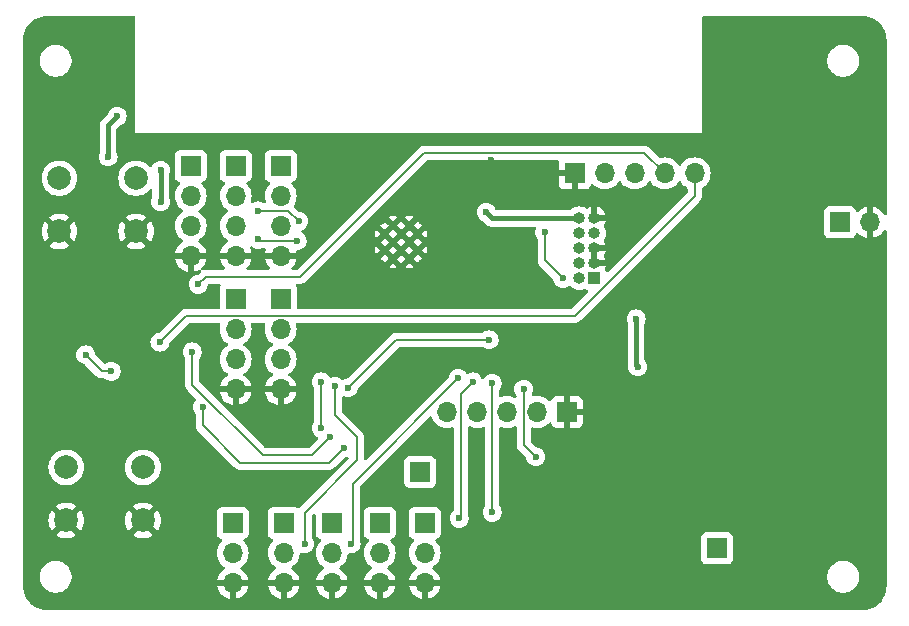
<source format=gbr>
%TF.GenerationSoftware,KiCad,Pcbnew,8.0.6*%
%TF.CreationDate,2025-04-07T16:11:50-05:00*%
%TF.ProjectId,ESP32,45535033-322e-46b6-9963-61645f706362,rev?*%
%TF.SameCoordinates,Original*%
%TF.FileFunction,Copper,L2,Bot*%
%TF.FilePolarity,Positive*%
%FSLAX46Y46*%
G04 Gerber Fmt 4.6, Leading zero omitted, Abs format (unit mm)*
G04 Created by KiCad (PCBNEW 8.0.6) date 2025-04-07 16:11:50*
%MOMM*%
%LPD*%
G01*
G04 APERTURE LIST*
%TA.AperFunction,ComponentPad*%
%ADD10R,1.700000X1.700000*%
%TD*%
%TA.AperFunction,ComponentPad*%
%ADD11O,1.700000X1.700000*%
%TD*%
%TA.AperFunction,ComponentPad*%
%ADD12R,1.000000X1.000000*%
%TD*%
%TA.AperFunction,ComponentPad*%
%ADD13O,1.000000X1.000000*%
%TD*%
%TA.AperFunction,ComponentPad*%
%ADD14C,2.000000*%
%TD*%
%TA.AperFunction,HeatsinkPad*%
%ADD15C,0.600000*%
%TD*%
%TA.AperFunction,ViaPad*%
%ADD16C,0.600000*%
%TD*%
%TA.AperFunction,Conductor*%
%ADD17C,0.400000*%
%TD*%
%TA.AperFunction,Conductor*%
%ADD18C,0.200000*%
%TD*%
G04 APERTURE END LIST*
D10*
%TO.P,J3,1,Pin_1*%
%TO.N,+5V*%
X138938000Y-107823000D03*
D11*
%TO.P,J3,2,Pin_2*%
%TO.N,/21*%
X138938000Y-110363000D03*
%TO.P,J3,3,Pin_3*%
%TO.N,GND*%
X138938000Y-112903000D03*
%TD*%
D10*
%TO.P,J2,1,Pin_1*%
%TO.N,+5V*%
X134874000Y-107823000D03*
D11*
%TO.P,J2,2,Pin_2*%
%TO.N,/ADC8*%
X134874000Y-110363000D03*
%TO.P,J2,3,Pin_3*%
%TO.N,GND*%
X134874000Y-112903000D03*
%TD*%
D10*
%TO.P,TP1,1,1*%
%TO.N,+5V*%
X146431000Y-103505000D03*
%TD*%
%TO.P,J5,1,Pin_1*%
%TO.N,+5V*%
X146812000Y-107823000D03*
D11*
%TO.P,J5,2,Pin_2*%
%TO.N,/48*%
X146812000Y-110363000D03*
%TO.P,J5,3,Pin_3*%
%TO.N,GND*%
X146812000Y-112903000D03*
%TD*%
D12*
%TO.P,J7,1,VTref*%
%TO.N,+3.3V*%
X161163000Y-87122000D03*
D13*
%TO.P,J7,2,SWDIO/TMS*%
%TO.N,/IO42*%
X159893000Y-87122000D03*
%TO.P,J7,3,GND*%
%TO.N,GND*%
X161163000Y-85852000D03*
%TO.P,J7,4,SWCLK/TCK*%
%TO.N,/IO39*%
X159893000Y-85852000D03*
%TO.P,J7,5,GND*%
%TO.N,GND*%
X161163000Y-84582000D03*
%TO.P,J7,6,SWO/TDO*%
%TO.N,/IO40*%
X159893000Y-84582000D03*
%TO.P,J7,7,KEY*%
%TO.N,unconnected-(J7-KEY-Pad7)*%
X161163000Y-83312000D03*
%TO.P,J7,8,NC/TDI*%
%TO.N,/IO41*%
X159893000Y-83312000D03*
%TO.P,J7,9,GNDDetect*%
%TO.N,GND*%
X161163000Y-82042000D03*
%TO.P,J7,10,~{RESET}*%
%TO.N,/EN*%
X159893000Y-82042000D03*
%TD*%
D10*
%TO.P,J16,1,Pin_1*%
%TO.N,+3.3V*%
X134620000Y-88900000D03*
D11*
%TO.P,J16,2,Pin_2*%
%TO.N,/6ADC*%
X134620000Y-91440000D03*
%TO.P,J16,3,Pin_3*%
%TO.N,/7ADC*%
X134620000Y-93980000D03*
%TO.P,J16,4,Pin_4*%
%TO.N,GND*%
X134620000Y-96520000D03*
%TD*%
D10*
%TO.P,J12,1,Pin_1*%
%TO.N,+3.3V*%
X134620000Y-77597000D03*
D11*
%TO.P,J12,2,Pin_2*%
%TO.N,/ADC3*%
X134620000Y-80137000D03*
%TO.P,J12,3,Pin_3*%
%TO.N,/ADC4*%
X134620000Y-82677000D03*
%TO.P,J12,4,Pin_4*%
%TO.N,GND*%
X134620000Y-85217000D03*
%TD*%
D10*
%TO.P,J1,1,Pin_1*%
%TO.N,+5V*%
X130556000Y-107838000D03*
D11*
%TO.P,J1,2,Pin_2*%
%TO.N,/ADC2*%
X130556000Y-110378000D03*
%TO.P,J1,3,Pin_3*%
%TO.N,GND*%
X130556000Y-112918000D03*
%TD*%
D10*
%TO.P,J11,1,Pin_1*%
%TO.N,GND*%
X158877000Y-98425000D03*
D11*
%TO.P,J11,2,Pin_2*%
%TO.N,+5V*%
X156337000Y-98425000D03*
%TO.P,J11,3,Pin_3*%
%TO.N,/3ADC*%
X153797000Y-98425000D03*
%TO.P,J11,4,Pin_4*%
%TO.N,/2ADC*%
X151257000Y-98425000D03*
%TO.P,J11,5,Pin_5*%
%TO.N,/1ADC*%
X148717000Y-98425000D03*
%TD*%
D14*
%TO.P,SW2,1,1*%
%TO.N,/EN*%
X115876000Y-78649000D03*
X122376000Y-78649000D03*
%TO.P,SW2,2,2*%
%TO.N,GND*%
X115876000Y-83149000D03*
X122376000Y-83149000D03*
%TD*%
D10*
%TO.P,J4,1,Pin_1*%
%TO.N,+5V*%
X143002000Y-107823000D03*
D11*
%TO.P,J4,2,Pin_2*%
%TO.N,/47*%
X143002000Y-110363000D03*
%TO.P,J4,3,Pin_3*%
%TO.N,GND*%
X143002000Y-112903000D03*
%TD*%
D15*
%TO.P,U1,41,GND*%
%TO.N,GND*%
X143417000Y-83347000D03*
X143417000Y-84747000D03*
X144117000Y-82647000D03*
X144117000Y-84047000D03*
X144117000Y-85447000D03*
X144817000Y-83347000D03*
X144817000Y-84747000D03*
X145517000Y-82647000D03*
X145517000Y-84047000D03*
X145517000Y-85447000D03*
X146217000Y-83347000D03*
X146217000Y-84747000D03*
%TD*%
D10*
%TO.P,J13,1,Pin_1*%
%TO.N,+3.3V*%
X130810000Y-88900000D03*
D11*
%TO.P,J13,2,Pin_2*%
%TO.N,/ADC9*%
X130810000Y-91440000D03*
%TO.P,J13,3,Pin_3*%
%TO.N,/0ADC*%
X130810000Y-93980000D03*
%TO.P,J13,4,Pin_4*%
%TO.N,GND*%
X130810000Y-96520000D03*
%TD*%
D10*
%TO.P,TP2,1,1*%
%TO.N,+3.3V*%
X171577000Y-109982000D03*
%TD*%
%TO.P,J6,1,Pin_1*%
%TO.N,GND*%
X159512000Y-78232000D03*
D11*
%TO.P,J6,2,Pin_2*%
%TO.N,/TX*%
X162052000Y-78232000D03*
%TO.P,J6,3,Pin_3*%
%TO.N,/RX*%
X164592000Y-78232000D03*
%TO.P,J6,4,Pin_4*%
%TO.N,/RTS*%
X167132000Y-78232000D03*
%TO.P,J6,5,Pin_5*%
%TO.N,/DTR*%
X169672000Y-78232000D03*
%TD*%
D10*
%TO.P,J14,1,Pin_1*%
%TO.N,+3.3V*%
X130810000Y-77597000D03*
D11*
%TO.P,J14,2,Pin_2*%
%TO.N,/ADC5*%
X130810000Y-80137000D03*
%TO.P,J14,3,Pin_3*%
%TO.N,/ADC6*%
X130810000Y-82677000D03*
%TO.P,J14,4,Pin_4*%
%TO.N,GND*%
X130810000Y-85217000D03*
%TD*%
D10*
%TO.P,J15,1,Pin_1*%
%TO.N,+3.3V*%
X127000000Y-77597000D03*
D11*
%TO.P,J15,2,Pin_2*%
%TO.N,/4ADC*%
X127000000Y-80137000D03*
%TO.P,J15,3,Pin_3*%
%TO.N,/5ADC*%
X127000000Y-82677000D03*
%TO.P,J15,4,Pin_4*%
%TO.N,GND*%
X127000000Y-85217000D03*
%TD*%
D14*
%TO.P,SW1,1,1*%
%TO.N,/IO0*%
X116459000Y-103124000D03*
X122959000Y-103124000D03*
%TO.P,SW1,2,2*%
%TO.N,GND*%
X116459000Y-107624000D03*
X122959000Y-107624000D03*
%TD*%
D10*
%TO.P,+,1,+*%
%TO.N,Net-(BT1-+)*%
X181964000Y-82385000D03*
D11*
%TO.P,+,2,-*%
%TO.N,GND*%
X184504000Y-82385000D03*
%TD*%
D16*
%TO.N,GND*%
X175387000Y-105791000D03*
X152400000Y-77089000D03*
X118872000Y-72009000D03*
X161544000Y-99187000D03*
X139954000Y-76835000D03*
X172847000Y-95758000D03*
X159893000Y-101092000D03*
X156083000Y-108077000D03*
X163703000Y-82042000D03*
X163703000Y-83439000D03*
X174498000Y-88646000D03*
X174752000Y-77851000D03*
X161544000Y-101092000D03*
X179578000Y-86106000D03*
%TO.N,/EN*%
X152019000Y-81534000D03*
%TO.N,+3.3V*%
X120777000Y-73406000D03*
X164846000Y-94615000D03*
X124460000Y-77978000D03*
X124460000Y-80645000D03*
X164719000Y-90551000D03*
X120015000Y-76835000D03*
%TO.N,/RTS*%
X127635000Y-87630000D03*
%TO.N,/21*%
X140589000Y-109601000D03*
X149649265Y-95587735D03*
%TO.N,/ADC2*%
X138049000Y-95885000D03*
X138049000Y-99822000D03*
%TO.N,/ADC6*%
X136017000Y-83947000D03*
X132715000Y-83820000D03*
%TO.N,/ADC5*%
X136144000Y-82296000D03*
X132715000Y-81407000D03*
%TO.N,/48*%
X152527000Y-106934000D03*
X152527000Y-96012000D03*
%TO.N,/0ADC*%
X128016000Y-98044000D03*
X139954000Y-101473000D03*
%TO.N,/45*%
X155194000Y-96520000D03*
X156210000Y-102235000D03*
%TO.N,/47*%
X149733000Y-107442000D03*
X150876000Y-95885000D03*
%TO.N,/DTR*%
X120269000Y-94996000D03*
X124396500Y-92519500D03*
X118110000Y-93599000D03*
%TO.N,/IO42*%
X156972000Y-83185000D03*
X158496000Y-87122000D03*
%TO.N,/ADC8*%
X139192000Y-96266000D03*
X136652000Y-109601000D03*
%TO.N,/ADC9*%
X127127000Y-93345000D03*
X138811000Y-100584000D03*
%TO.N,/IO0*%
X152273000Y-92329000D03*
X140335000Y-96393000D03*
%TD*%
D17*
%TO.N,/EN*%
X152527000Y-82042000D02*
X159893000Y-82042000D01*
X152019000Y-81534000D02*
X152527000Y-82042000D01*
%TO.N,+3.3V*%
X120015000Y-74168000D02*
X120015000Y-76835000D01*
X124460000Y-77978000D02*
X124460000Y-80645000D01*
X164719000Y-94488000D02*
X164846000Y-94615000D01*
X120777000Y-73406000D02*
X120015000Y-74168000D01*
X164719000Y-90551000D02*
X164719000Y-94488000D01*
D18*
%TO.N,/RTS*%
X136271000Y-86995000D02*
X146777000Y-76489000D01*
X128270000Y-86995000D02*
X136271000Y-86995000D01*
X127635000Y-87630000D02*
X128270000Y-86995000D01*
X165389000Y-76489000D02*
X167132000Y-78232000D01*
X146777000Y-76489000D02*
X165389000Y-76489000D01*
%TO.N,/21*%
X140716000Y-109474000D02*
X140589000Y-109601000D01*
X149649265Y-95587735D02*
X140716000Y-104521000D01*
X140716000Y-104521000D02*
X140716000Y-109474000D01*
%TO.N,/ADC2*%
X138049000Y-99822000D02*
X138049000Y-95885000D01*
%TO.N,/ADC6*%
X132715000Y-83820000D02*
X132842000Y-83947000D01*
X132842000Y-83947000D02*
X136017000Y-83947000D01*
%TO.N,/ADC5*%
X135255000Y-81407000D02*
X136144000Y-82296000D01*
X132715000Y-81407000D02*
X135255000Y-81407000D01*
%TO.N,/48*%
X152527000Y-106934000D02*
X152527000Y-96012000D01*
%TO.N,/0ADC*%
X128016000Y-99568000D02*
X131191000Y-102743000D01*
X138684000Y-102743000D02*
X139954000Y-101473000D01*
X128016000Y-98044000D02*
X128016000Y-99568000D01*
X131191000Y-102743000D02*
X138684000Y-102743000D01*
%TO.N,/45*%
X155187000Y-96527000D02*
X155187000Y-101212000D01*
X155194000Y-96520000D02*
X155187000Y-96527000D01*
X155187000Y-101212000D02*
X156210000Y-102235000D01*
%TO.N,/47*%
X149867000Y-96894000D02*
X149867000Y-107308000D01*
X149867000Y-107308000D02*
X149733000Y-107442000D01*
X150876000Y-95885000D02*
X149867000Y-96894000D01*
%TO.N,/DTR*%
X159519000Y-90290000D02*
X169672000Y-80137000D01*
X119507000Y-94996000D02*
X120269000Y-94996000D01*
X126626000Y-90290000D02*
X159519000Y-90290000D01*
X124396500Y-92519500D02*
X126626000Y-90290000D01*
X169672000Y-80137000D02*
X169672000Y-78232000D01*
X118110000Y-93599000D02*
X119507000Y-94996000D01*
%TO.N,/IO42*%
X156972000Y-83185000D02*
X156972000Y-85598000D01*
X156972000Y-85598000D02*
X158496000Y-87122000D01*
%TO.N,/ADC8*%
X139192000Y-98679000D02*
X141097000Y-100584000D01*
X136652000Y-106977264D02*
X136652000Y-109601000D01*
X141097000Y-102532264D02*
X136652000Y-106977264D01*
X139192000Y-96266000D02*
X139192000Y-98679000D01*
X141097000Y-100584000D02*
X141097000Y-102532264D01*
%TO.N,/ADC9*%
X127127000Y-96139000D02*
X133096000Y-102108000D01*
X133096000Y-102108000D02*
X137287000Y-102108000D01*
X127127000Y-93345000D02*
X127127000Y-96139000D01*
X137287000Y-102108000D02*
X138811000Y-100584000D01*
%TO.N,/IO0*%
X144399000Y-92329000D02*
X152273000Y-92329000D01*
X140335000Y-96393000D02*
X144399000Y-92329000D01*
%TD*%
%TA.AperFunction,Conductor*%
%TO.N,GND*%
G36*
X158125895Y-77109185D02*
G01*
X158171650Y-77161989D01*
X158181594Y-77231147D01*
X158175037Y-77256835D01*
X158168403Y-77274619D01*
X158168401Y-77274627D01*
X158162000Y-77334155D01*
X158162000Y-77982000D01*
X159078988Y-77982000D01*
X159046075Y-78039007D01*
X159012000Y-78166174D01*
X159012000Y-78297826D01*
X159046075Y-78424993D01*
X159078988Y-78482000D01*
X158162000Y-78482000D01*
X158162000Y-79129844D01*
X158168401Y-79189372D01*
X158168403Y-79189379D01*
X158218645Y-79324086D01*
X158218649Y-79324093D01*
X158304809Y-79439187D01*
X158304812Y-79439190D01*
X158419906Y-79525350D01*
X158419913Y-79525354D01*
X158554620Y-79575596D01*
X158554627Y-79575598D01*
X158614155Y-79581999D01*
X158614172Y-79582000D01*
X159262000Y-79582000D01*
X159262000Y-78665012D01*
X159319007Y-78697925D01*
X159446174Y-78732000D01*
X159577826Y-78732000D01*
X159704993Y-78697925D01*
X159762000Y-78665012D01*
X159762000Y-79582000D01*
X160409828Y-79582000D01*
X160409844Y-79581999D01*
X160469372Y-79575598D01*
X160469379Y-79575596D01*
X160604086Y-79525354D01*
X160604093Y-79525350D01*
X160719187Y-79439190D01*
X160719190Y-79439187D01*
X160805350Y-79324093D01*
X160805354Y-79324086D01*
X160854422Y-79192529D01*
X160896293Y-79136595D01*
X160961757Y-79112178D01*
X161030030Y-79127030D01*
X161058285Y-79148181D01*
X161180599Y-79270495D01*
X161257135Y-79324086D01*
X161374165Y-79406032D01*
X161374167Y-79406033D01*
X161374170Y-79406035D01*
X161588337Y-79505903D01*
X161816592Y-79567063D01*
X161987319Y-79582000D01*
X162051999Y-79587659D01*
X162052000Y-79587659D01*
X162052001Y-79587659D01*
X162116681Y-79582000D01*
X162287408Y-79567063D01*
X162515663Y-79505903D01*
X162729830Y-79406035D01*
X162923401Y-79270495D01*
X163090495Y-79103401D01*
X163220425Y-78917842D01*
X163275002Y-78874217D01*
X163344500Y-78867023D01*
X163406855Y-78898546D01*
X163423575Y-78917842D01*
X163553500Y-79103395D01*
X163553505Y-79103401D01*
X163720599Y-79270495D01*
X163797135Y-79324086D01*
X163914165Y-79406032D01*
X163914167Y-79406033D01*
X163914170Y-79406035D01*
X164128337Y-79505903D01*
X164356592Y-79567063D01*
X164527319Y-79582000D01*
X164591999Y-79587659D01*
X164592000Y-79587659D01*
X164592001Y-79587659D01*
X164656681Y-79582000D01*
X164827408Y-79567063D01*
X165055663Y-79505903D01*
X165269830Y-79406035D01*
X165463401Y-79270495D01*
X165630495Y-79103401D01*
X165760425Y-78917842D01*
X165815002Y-78874217D01*
X165884500Y-78867023D01*
X165946855Y-78898546D01*
X165963575Y-78917842D01*
X166093500Y-79103395D01*
X166093505Y-79103401D01*
X166260599Y-79270495D01*
X166337135Y-79324086D01*
X166454165Y-79406032D01*
X166454167Y-79406033D01*
X166454170Y-79406035D01*
X166668337Y-79505903D01*
X166896592Y-79567063D01*
X167067319Y-79582000D01*
X167131999Y-79587659D01*
X167132000Y-79587659D01*
X167132001Y-79587659D01*
X167196681Y-79582000D01*
X167367408Y-79567063D01*
X167595663Y-79505903D01*
X167809830Y-79406035D01*
X168003401Y-79270495D01*
X168170495Y-79103401D01*
X168300425Y-78917842D01*
X168355002Y-78874217D01*
X168424500Y-78867023D01*
X168486855Y-78898546D01*
X168503575Y-78917842D01*
X168633500Y-79103395D01*
X168633505Y-79103401D01*
X168800599Y-79270495D01*
X168877135Y-79324086D01*
X168994165Y-79406032D01*
X168994167Y-79406033D01*
X168994170Y-79406035D01*
X168999898Y-79408706D01*
X169052339Y-79454872D01*
X169071500Y-79521090D01*
X169071500Y-79836902D01*
X169051815Y-79903941D01*
X169035181Y-79924583D01*
X162368329Y-86591434D01*
X162307006Y-86624919D01*
X162237314Y-86619935D01*
X162181381Y-86578063D01*
X162159311Y-86521965D01*
X162158876Y-86522068D01*
X162158160Y-86519040D01*
X162157357Y-86517000D01*
X162157091Y-86514517D01*
X162157077Y-86514480D01*
X162106797Y-86379671D01*
X162106793Y-86379664D01*
X162100439Y-86371176D01*
X162076021Y-86305712D01*
X162089505Y-86242369D01*
X162089018Y-86242167D01*
X162090110Y-86239530D01*
X162090349Y-86238408D01*
X162091347Y-86236539D01*
X162132160Y-86102000D01*
X161372618Y-86102000D01*
X161423064Y-86051554D01*
X161465851Y-85977445D01*
X161488000Y-85894787D01*
X161488000Y-85809213D01*
X161465851Y-85726555D01*
X161423064Y-85652446D01*
X161372618Y-85602000D01*
X161413000Y-85602000D01*
X162132160Y-85602000D01*
X162132160Y-85601999D01*
X162091347Y-85467458D01*
X161998497Y-85293747D01*
X161995111Y-85288680D01*
X161996665Y-85287641D01*
X161972759Y-85231361D01*
X161984547Y-85162493D01*
X161995441Y-85145540D01*
X161995111Y-85145320D01*
X161998497Y-85140252D01*
X162091347Y-84966541D01*
X162132160Y-84832000D01*
X161413000Y-84832000D01*
X161413000Y-85602000D01*
X161372618Y-85602000D01*
X161362554Y-85591936D01*
X161288445Y-85549149D01*
X161205787Y-85527000D01*
X161120213Y-85527000D01*
X161037555Y-85549149D01*
X160963446Y-85591936D01*
X160913000Y-85642382D01*
X160913000Y-84791618D01*
X160963446Y-84842064D01*
X161037555Y-84884851D01*
X161120213Y-84907000D01*
X161205787Y-84907000D01*
X161288445Y-84884851D01*
X161362554Y-84842064D01*
X161423064Y-84781554D01*
X161465851Y-84707445D01*
X161488000Y-84624787D01*
X161488000Y-84539213D01*
X161465851Y-84456555D01*
X161423064Y-84382446D01*
X161372618Y-84332000D01*
X162132160Y-84332000D01*
X162132160Y-84331999D01*
X162091347Y-84197458D01*
X161998496Y-84023746D01*
X161995110Y-84018678D01*
X161996784Y-84017559D01*
X161973081Y-83961746D01*
X161984874Y-83892879D01*
X161995839Y-83875818D01*
X161995523Y-83875607D01*
X161998904Y-83870544D01*
X161998910Y-83870538D01*
X162091814Y-83696727D01*
X162149024Y-83508132D01*
X162168341Y-83312000D01*
X162149024Y-83115868D01*
X162091814Y-82927273D01*
X162083868Y-82912408D01*
X162043923Y-82837676D01*
X161998910Y-82753462D01*
X161998906Y-82753457D01*
X161995526Y-82748399D01*
X161997044Y-82747384D01*
X161973081Y-82690962D01*
X161984872Y-82622094D01*
X161995492Y-82605574D01*
X161995111Y-82605320D01*
X161998497Y-82600252D01*
X162091347Y-82426541D01*
X162132160Y-82292000D01*
X161372618Y-82292000D01*
X161423064Y-82241554D01*
X161465851Y-82167445D01*
X161488000Y-82084787D01*
X161488000Y-81999213D01*
X161465851Y-81916555D01*
X161423064Y-81842446D01*
X161372618Y-81792000D01*
X161413000Y-81792000D01*
X162132160Y-81792000D01*
X162132160Y-81791999D01*
X162091347Y-81657458D01*
X161998496Y-81483746D01*
X161998492Y-81483739D01*
X161873528Y-81331471D01*
X161721260Y-81206507D01*
X161721253Y-81206503D01*
X161547541Y-81113652D01*
X161413000Y-81072839D01*
X161413000Y-81792000D01*
X161372618Y-81792000D01*
X161362554Y-81781936D01*
X161288445Y-81739149D01*
X161205787Y-81717000D01*
X161120213Y-81717000D01*
X161037555Y-81739149D01*
X160963446Y-81781936D01*
X160913000Y-81832382D01*
X160913000Y-81072839D01*
X160912999Y-81072839D01*
X160778458Y-81113652D01*
X160604742Y-81206505D01*
X160599673Y-81209893D01*
X160598556Y-81208221D01*
X160542715Y-81231921D01*
X160473851Y-81220111D01*
X160456811Y-81209158D01*
X160456601Y-81209473D01*
X160451532Y-81206086D01*
X160277733Y-81113188D01*
X160277727Y-81113186D01*
X160144722Y-81072839D01*
X160089129Y-81055975D01*
X159893000Y-81036659D01*
X159696870Y-81055975D01*
X159508266Y-81113188D01*
X159334467Y-81206086D01*
X159334460Y-81206090D01*
X159234796Y-81287883D01*
X159203761Y-81313353D01*
X159139454Y-81340666D01*
X159125098Y-81341500D01*
X152887717Y-81341500D01*
X152820678Y-81321815D01*
X152774923Y-81269011D01*
X152770676Y-81258455D01*
X152744790Y-81184480D01*
X152744789Y-81184478D01*
X152648816Y-81031738D01*
X152521262Y-80904184D01*
X152507348Y-80895441D01*
X152368523Y-80808211D01*
X152198254Y-80748631D01*
X152198249Y-80748630D01*
X152019004Y-80728435D01*
X152018996Y-80728435D01*
X151839750Y-80748630D01*
X151839745Y-80748631D01*
X151669476Y-80808211D01*
X151516737Y-80904184D01*
X151389184Y-81031737D01*
X151293211Y-81184476D01*
X151233631Y-81354745D01*
X151233630Y-81354750D01*
X151213435Y-81533996D01*
X151213435Y-81534003D01*
X151233630Y-81713249D01*
X151233631Y-81713254D01*
X151293211Y-81883523D01*
X151371112Y-82007500D01*
X151389184Y-82036262D01*
X151516738Y-82163816D01*
X151669478Y-82259789D01*
X151761532Y-82292000D01*
X151772986Y-82296008D01*
X151819709Y-82325366D01*
X151982886Y-82488542D01*
X152041344Y-82547000D01*
X152080459Y-82586115D01*
X152195182Y-82662771D01*
X152195186Y-82662773D01*
X152195189Y-82662775D01*
X152244517Y-82683207D01*
X152244518Y-82683208D01*
X152265761Y-82692007D01*
X152322671Y-82715580D01*
X152322674Y-82715580D01*
X152322679Y-82715582D01*
X152349545Y-82720925D01*
X152349551Y-82720926D01*
X152349591Y-82720934D01*
X152439937Y-82738905D01*
X152458006Y-82742500D01*
X152458007Y-82742500D01*
X156103983Y-82742500D01*
X156171022Y-82762185D01*
X156216777Y-82814989D01*
X156226721Y-82884147D01*
X156221025Y-82907454D01*
X156186632Y-83005742D01*
X156186630Y-83005750D01*
X156166435Y-83184996D01*
X156166435Y-83185003D01*
X156186630Y-83364249D01*
X156186631Y-83364254D01*
X156246211Y-83534523D01*
X156285769Y-83597478D01*
X156336864Y-83678796D01*
X156342185Y-83687263D01*
X156344445Y-83690097D01*
X156345334Y-83692275D01*
X156345889Y-83693158D01*
X156345734Y-83693255D01*
X156370855Y-83754783D01*
X156371500Y-83767412D01*
X156371500Y-85511330D01*
X156371499Y-85511348D01*
X156371499Y-85677054D01*
X156371498Y-85677054D01*
X156412423Y-85829785D01*
X156425249Y-85852000D01*
X156491477Y-85966712D01*
X156491481Y-85966717D01*
X156610349Y-86085585D01*
X156610355Y-86085590D01*
X157665298Y-87140533D01*
X157698783Y-87201856D01*
X157700837Y-87214330D01*
X157710630Y-87301249D01*
X157770210Y-87471521D01*
X157770211Y-87471522D01*
X157866184Y-87624262D01*
X157993738Y-87751816D01*
X158146478Y-87847789D01*
X158316745Y-87907368D01*
X158316750Y-87907369D01*
X158495996Y-87927565D01*
X158496000Y-87927565D01*
X158496004Y-87927565D01*
X158675249Y-87907369D01*
X158675252Y-87907368D01*
X158675255Y-87907368D01*
X158845522Y-87847789D01*
X158983159Y-87761305D01*
X159050394Y-87742306D01*
X159117230Y-87762673D01*
X159144980Y-87787633D01*
X159161426Y-87807671D01*
X159182119Y-87832885D01*
X159334460Y-87957909D01*
X159334467Y-87957913D01*
X159508266Y-88050811D01*
X159508269Y-88050811D01*
X159508273Y-88050814D01*
X159696868Y-88108024D01*
X159893000Y-88127341D01*
X160089132Y-88108024D01*
X160277727Y-88050814D01*
X160279853Y-88049677D01*
X160281095Y-88049418D01*
X160283355Y-88048483D01*
X160283532Y-88048911D01*
X160348254Y-88035435D01*
X160412615Y-88059767D01*
X160420669Y-88065796D01*
X160555517Y-88116091D01*
X160558009Y-88116358D01*
X160559814Y-88117106D01*
X160563062Y-88117874D01*
X160562937Y-88118400D01*
X160622559Y-88143096D01*
X160662407Y-88200488D01*
X160664901Y-88270313D01*
X160632434Y-88327329D01*
X159306584Y-89653181D01*
X159245261Y-89686666D01*
X159218903Y-89689500D01*
X136094500Y-89689500D01*
X136027461Y-89669815D01*
X135981706Y-89617011D01*
X135970500Y-89565500D01*
X135970499Y-88002129D01*
X135970498Y-88002123D01*
X135970497Y-88002116D01*
X135964091Y-87942517D01*
X135958514Y-87927565D01*
X135913797Y-87807671D01*
X135913795Y-87807668D01*
X135903422Y-87793811D01*
X135879005Y-87728346D01*
X135893857Y-87660073D01*
X135943262Y-87610668D01*
X136002689Y-87595500D01*
X136184331Y-87595500D01*
X136184347Y-87595501D01*
X136191943Y-87595501D01*
X136350054Y-87595501D01*
X136350057Y-87595501D01*
X136502785Y-87554577D01*
X136552904Y-87525639D01*
X136639716Y-87475520D01*
X136751520Y-87363716D01*
X136751520Y-87363714D01*
X136761728Y-87353507D01*
X136761729Y-87353504D01*
X137951574Y-86163660D01*
X143753892Y-86163660D01*
X143753892Y-86163661D01*
X143767692Y-86172333D01*
X143767691Y-86172333D01*
X143937861Y-86231878D01*
X144116997Y-86252062D01*
X144117003Y-86252062D01*
X144296138Y-86231878D01*
X144296141Y-86231877D01*
X144466305Y-86172334D01*
X144466306Y-86172334D01*
X144480106Y-86163661D01*
X144480106Y-86163660D01*
X145153892Y-86163660D01*
X145153892Y-86163661D01*
X145167692Y-86172333D01*
X145167691Y-86172333D01*
X145337861Y-86231878D01*
X145516997Y-86252062D01*
X145517003Y-86252062D01*
X145696138Y-86231878D01*
X145696141Y-86231877D01*
X145866305Y-86172334D01*
X145866306Y-86172334D01*
X145880106Y-86163661D01*
X145880106Y-86163660D01*
X145517001Y-85800553D01*
X145517000Y-85800553D01*
X145153892Y-86163660D01*
X144480106Y-86163660D01*
X144117001Y-85800553D01*
X144117000Y-85800553D01*
X143753892Y-86163660D01*
X137951574Y-86163660D01*
X138651574Y-85463660D01*
X143053892Y-85463660D01*
X143053892Y-85463661D01*
X143067692Y-85472333D01*
X143067691Y-85472333D01*
X143237862Y-85531878D01*
X143238644Y-85532057D01*
X143239097Y-85532310D01*
X143244431Y-85534177D01*
X143244104Y-85535111D01*
X143299623Y-85566166D01*
X143328952Y-85619874D01*
X143329822Y-85619570D01*
X143331670Y-85624852D01*
X143331940Y-85625346D01*
X143332121Y-85626142D01*
X143391663Y-85796300D01*
X143391663Y-85796301D01*
X143400338Y-85810107D01*
X143763446Y-85447000D01*
X143743555Y-85427109D01*
X144017000Y-85427109D01*
X144017000Y-85466891D01*
X144032224Y-85503645D01*
X144060355Y-85531776D01*
X144097109Y-85547000D01*
X144136891Y-85547000D01*
X144173645Y-85531776D01*
X144201776Y-85503645D01*
X144217000Y-85466891D01*
X144217000Y-85446999D01*
X144470553Y-85446999D01*
X144470553Y-85447000D01*
X144817000Y-85793446D01*
X144817001Y-85793446D01*
X145163446Y-85447000D01*
X145143555Y-85427109D01*
X145417000Y-85427109D01*
X145417000Y-85466891D01*
X145432224Y-85503645D01*
X145460355Y-85531776D01*
X145497109Y-85547000D01*
X145536891Y-85547000D01*
X145573645Y-85531776D01*
X145601776Y-85503645D01*
X145617000Y-85466891D01*
X145617000Y-85446999D01*
X145870553Y-85446999D01*
X145870553Y-85447000D01*
X146233660Y-85810106D01*
X146233661Y-85810106D01*
X146242334Y-85796306D01*
X146242334Y-85796305D01*
X146301876Y-85626144D01*
X146302056Y-85625358D01*
X146302311Y-85624901D01*
X146304177Y-85619570D01*
X146305110Y-85619896D01*
X146336164Y-85564379D01*
X146389875Y-85535049D01*
X146389570Y-85534177D01*
X146394870Y-85532322D01*
X146395358Y-85532056D01*
X146396144Y-85531876D01*
X146566305Y-85472334D01*
X146566306Y-85472334D01*
X146580106Y-85463661D01*
X146580106Y-85463660D01*
X146217000Y-85100553D01*
X146177297Y-85140258D01*
X146177295Y-85140259D01*
X145870553Y-85446999D01*
X145617000Y-85446999D01*
X145617000Y-85427109D01*
X145601776Y-85390355D01*
X145573645Y-85362224D01*
X145536891Y-85347000D01*
X145497109Y-85347000D01*
X145460355Y-85362224D01*
X145432224Y-85390355D01*
X145417000Y-85427109D01*
X145143555Y-85427109D01*
X144856704Y-85140258D01*
X144817000Y-85100553D01*
X144777296Y-85140258D01*
X144777295Y-85140259D01*
X144470553Y-85446999D01*
X144217000Y-85446999D01*
X144217000Y-85427109D01*
X144201776Y-85390355D01*
X144173645Y-85362224D01*
X144136891Y-85347000D01*
X144097109Y-85347000D01*
X144060355Y-85362224D01*
X144032224Y-85390355D01*
X144017000Y-85427109D01*
X143743555Y-85427109D01*
X143416999Y-85100553D01*
X143416998Y-85100553D01*
X143053892Y-85463660D01*
X138651574Y-85463660D01*
X139368237Y-84746997D01*
X142611938Y-84746997D01*
X142611938Y-84747002D01*
X142632121Y-84926138D01*
X142691665Y-85096304D01*
X142700338Y-85110107D01*
X143063446Y-84747000D01*
X143063446Y-84746999D01*
X143043556Y-84727109D01*
X143317000Y-84727109D01*
X143317000Y-84766891D01*
X143332224Y-84803645D01*
X143360355Y-84831776D01*
X143397109Y-84847000D01*
X143436891Y-84847000D01*
X143473645Y-84831776D01*
X143501776Y-84803645D01*
X143517000Y-84766891D01*
X143517000Y-84746999D01*
X143770553Y-84746999D01*
X144117000Y-85093446D01*
X144463446Y-84747000D01*
X144443555Y-84727109D01*
X144717000Y-84727109D01*
X144717000Y-84766891D01*
X144732224Y-84803645D01*
X144760355Y-84831776D01*
X144797109Y-84847000D01*
X144836891Y-84847000D01*
X144873645Y-84831776D01*
X144901776Y-84803645D01*
X144917000Y-84766891D01*
X144917000Y-84746999D01*
X145170553Y-84746999D01*
X145517000Y-85093446D01*
X145863446Y-84747000D01*
X145843555Y-84727109D01*
X146117000Y-84727109D01*
X146117000Y-84766891D01*
X146132224Y-84803645D01*
X146160355Y-84831776D01*
X146197109Y-84847000D01*
X146236891Y-84847000D01*
X146273645Y-84831776D01*
X146301776Y-84803645D01*
X146317000Y-84766891D01*
X146317000Y-84747000D01*
X146570553Y-84747000D01*
X146933660Y-85110106D01*
X146933661Y-85110106D01*
X146942334Y-85096306D01*
X146942334Y-85096305D01*
X147001877Y-84926141D01*
X147001878Y-84926138D01*
X147022062Y-84747002D01*
X147022062Y-84746997D01*
X147001878Y-84567861D01*
X146942333Y-84397692D01*
X146933661Y-84383892D01*
X146933660Y-84383892D01*
X146570553Y-84747000D01*
X146317000Y-84747000D01*
X146317000Y-84727109D01*
X146301776Y-84690355D01*
X146273645Y-84662224D01*
X146236891Y-84647000D01*
X146197109Y-84647000D01*
X146160355Y-84662224D01*
X146132224Y-84690355D01*
X146117000Y-84727109D01*
X145843555Y-84727109D01*
X145565707Y-84449261D01*
X145517000Y-84400553D01*
X145468293Y-84449261D01*
X145468292Y-84449262D01*
X145170553Y-84746999D01*
X144917000Y-84746999D01*
X144917000Y-84727109D01*
X144901776Y-84690355D01*
X144873645Y-84662224D01*
X144836891Y-84647000D01*
X144797109Y-84647000D01*
X144760355Y-84662224D01*
X144732224Y-84690355D01*
X144717000Y-84727109D01*
X144443555Y-84727109D01*
X144165707Y-84449261D01*
X144117000Y-84400553D01*
X144068293Y-84449261D01*
X144068292Y-84449262D01*
X143770553Y-84746999D01*
X143517000Y-84746999D01*
X143517000Y-84727109D01*
X143501776Y-84690355D01*
X143473645Y-84662224D01*
X143436891Y-84647000D01*
X143397109Y-84647000D01*
X143360355Y-84662224D01*
X143332224Y-84690355D01*
X143317000Y-84727109D01*
X143043556Y-84727109D01*
X142700338Y-84383891D01*
X142700337Y-84383891D01*
X142691667Y-84397691D01*
X142691662Y-84397701D01*
X142632122Y-84567858D01*
X142632121Y-84567861D01*
X142611938Y-84746997D01*
X139368237Y-84746997D01*
X140068235Y-84046999D01*
X143070553Y-84046999D01*
X143070553Y-84047001D01*
X143416998Y-84393446D01*
X143416999Y-84393446D01*
X143692869Y-84117577D01*
X143763446Y-84047000D01*
X143743555Y-84027109D01*
X144017000Y-84027109D01*
X144017000Y-84066891D01*
X144032224Y-84103645D01*
X144060355Y-84131776D01*
X144097109Y-84147000D01*
X144136891Y-84147000D01*
X144173645Y-84131776D01*
X144201776Y-84103645D01*
X144217000Y-84066891D01*
X144217000Y-84046999D01*
X144470553Y-84046999D01*
X144817000Y-84393446D01*
X145163446Y-84047000D01*
X145143555Y-84027109D01*
X145417000Y-84027109D01*
X145417000Y-84066891D01*
X145432224Y-84103645D01*
X145460355Y-84131776D01*
X145497109Y-84147000D01*
X145536891Y-84147000D01*
X145573645Y-84131776D01*
X145601776Y-84103645D01*
X145617000Y-84066891D01*
X145617000Y-84046999D01*
X145870553Y-84046999D01*
X146217000Y-84393446D01*
X146563446Y-84047000D01*
X146563446Y-84046999D01*
X146217000Y-83700553D01*
X146182057Y-83735497D01*
X146182055Y-83735499D01*
X145870553Y-84046999D01*
X145617000Y-84046999D01*
X145617000Y-84027109D01*
X145601776Y-83990355D01*
X145573645Y-83962224D01*
X145536891Y-83947000D01*
X145497109Y-83947000D01*
X145460355Y-83962224D01*
X145432224Y-83990355D01*
X145417000Y-84027109D01*
X145143555Y-84027109D01*
X144851943Y-83735497D01*
X144817000Y-83700553D01*
X144782057Y-83735497D01*
X144782055Y-83735499D01*
X144470553Y-84046999D01*
X144217000Y-84046999D01*
X144217000Y-84027109D01*
X144201776Y-83990355D01*
X144173645Y-83962224D01*
X144136891Y-83947000D01*
X144097109Y-83947000D01*
X144060355Y-83962224D01*
X144032224Y-83990355D01*
X144017000Y-84027109D01*
X143743555Y-84027109D01*
X143416999Y-83700553D01*
X143416998Y-83700553D01*
X143070553Y-84046999D01*
X140068235Y-84046999D01*
X140768237Y-83346997D01*
X142611938Y-83346997D01*
X142611938Y-83347002D01*
X142632121Y-83526138D01*
X142691665Y-83696304D01*
X142700338Y-83710107D01*
X143063446Y-83347000D01*
X143063446Y-83346999D01*
X143043556Y-83327109D01*
X143317000Y-83327109D01*
X143317000Y-83366891D01*
X143332224Y-83403645D01*
X143360355Y-83431776D01*
X143397109Y-83447000D01*
X143436891Y-83447000D01*
X143473645Y-83431776D01*
X143501776Y-83403645D01*
X143517000Y-83366891D01*
X143517000Y-83347000D01*
X143770553Y-83347000D01*
X143820292Y-83396738D01*
X144117000Y-83693446D01*
X144463446Y-83347000D01*
X144443555Y-83327109D01*
X144717000Y-83327109D01*
X144717000Y-83366891D01*
X144732224Y-83403645D01*
X144760355Y-83431776D01*
X144797109Y-83447000D01*
X144836891Y-83447000D01*
X144873645Y-83431776D01*
X144901776Y-83403645D01*
X144917000Y-83366891D01*
X144917000Y-83347000D01*
X145170553Y-83347000D01*
X145220292Y-83396738D01*
X145517000Y-83693446D01*
X145863446Y-83347000D01*
X145843555Y-83327109D01*
X146117000Y-83327109D01*
X146117000Y-83366891D01*
X146132224Y-83403645D01*
X146160355Y-83431776D01*
X146197109Y-83447000D01*
X146236891Y-83447000D01*
X146273645Y-83431776D01*
X146301776Y-83403645D01*
X146317000Y-83366891D01*
X146317000Y-83347000D01*
X146570553Y-83347000D01*
X146933660Y-83710106D01*
X146933661Y-83710106D01*
X146942334Y-83696306D01*
X146942334Y-83696305D01*
X147001877Y-83526141D01*
X147001878Y-83526138D01*
X147022062Y-83347002D01*
X147022062Y-83346997D01*
X147001878Y-83167861D01*
X146942333Y-82997692D01*
X146933661Y-82983892D01*
X146933660Y-82983892D01*
X146570553Y-83347000D01*
X146317000Y-83347000D01*
X146317000Y-83327109D01*
X146301776Y-83290355D01*
X146273645Y-83262224D01*
X146236891Y-83247000D01*
X146197109Y-83247000D01*
X146160355Y-83262224D01*
X146132224Y-83290355D01*
X146117000Y-83327109D01*
X145843555Y-83327109D01*
X145551079Y-83034633D01*
X145551077Y-83034630D01*
X145517001Y-83000553D01*
X145516999Y-83000553D01*
X145482921Y-83034632D01*
X145170553Y-83347000D01*
X144917000Y-83347000D01*
X144917000Y-83327109D01*
X144901776Y-83290355D01*
X144873645Y-83262224D01*
X144836891Y-83247000D01*
X144797109Y-83247000D01*
X144760355Y-83262224D01*
X144732224Y-83290355D01*
X144717000Y-83327109D01*
X144443555Y-83327109D01*
X144151079Y-83034633D01*
X144151077Y-83034630D01*
X144117001Y-83000553D01*
X144116999Y-83000553D01*
X144082921Y-83034632D01*
X143770553Y-83347000D01*
X143517000Y-83347000D01*
X143517000Y-83327109D01*
X143501776Y-83290355D01*
X143473645Y-83262224D01*
X143436891Y-83247000D01*
X143397109Y-83247000D01*
X143360355Y-83262224D01*
X143332224Y-83290355D01*
X143317000Y-83327109D01*
X143043556Y-83327109D01*
X142700338Y-82983891D01*
X142700337Y-82983891D01*
X142691667Y-82997691D01*
X142691662Y-82997701D01*
X142632122Y-83167858D01*
X142632121Y-83167861D01*
X142611938Y-83346997D01*
X140768237Y-83346997D01*
X141484897Y-82630337D01*
X143053891Y-82630337D01*
X143053891Y-82630338D01*
X143416998Y-82993446D01*
X143416999Y-82993446D01*
X143727239Y-82683208D01*
X143763446Y-82646999D01*
X143763446Y-82646998D01*
X143743557Y-82627109D01*
X144017000Y-82627109D01*
X144017000Y-82666891D01*
X144032224Y-82703645D01*
X144060355Y-82731776D01*
X144097109Y-82747000D01*
X144136891Y-82747000D01*
X144173645Y-82731776D01*
X144201776Y-82703645D01*
X144217000Y-82666891D01*
X144217000Y-82646998D01*
X144470553Y-82646998D01*
X144470553Y-82646999D01*
X144817000Y-82993446D01*
X145127239Y-82683208D01*
X145163446Y-82646999D01*
X145163446Y-82646998D01*
X145143557Y-82627109D01*
X145417000Y-82627109D01*
X145417000Y-82666891D01*
X145432224Y-82703645D01*
X145460355Y-82731776D01*
X145497109Y-82747000D01*
X145536891Y-82747000D01*
X145573645Y-82731776D01*
X145601776Y-82703645D01*
X145617000Y-82666891D01*
X145617000Y-82646998D01*
X145870553Y-82646998D01*
X145870553Y-82646999D01*
X146217000Y-82993446D01*
X146217001Y-82993446D01*
X146580107Y-82630338D01*
X146566301Y-82621663D01*
X146396142Y-82562121D01*
X146395346Y-82561940D01*
X146394883Y-82561681D01*
X146389570Y-82559822D01*
X146389895Y-82558890D01*
X146334370Y-82527827D01*
X146305049Y-82474125D01*
X146304177Y-82474431D01*
X146302321Y-82469128D01*
X146302057Y-82468644D01*
X146301878Y-82467862D01*
X146242333Y-82297692D01*
X146233661Y-82283892D01*
X146233660Y-82283892D01*
X145870553Y-82646998D01*
X145617000Y-82646998D01*
X145617000Y-82627109D01*
X145601776Y-82590355D01*
X145573645Y-82562224D01*
X145536891Y-82547000D01*
X145497109Y-82547000D01*
X145460355Y-82562224D01*
X145432224Y-82590355D01*
X145417000Y-82627109D01*
X145143557Y-82627109D01*
X144817001Y-82300553D01*
X144817000Y-82300553D01*
X144470553Y-82646998D01*
X144217000Y-82646998D01*
X144217000Y-82627109D01*
X144201776Y-82590355D01*
X144173645Y-82562224D01*
X144136891Y-82547000D01*
X144097109Y-82547000D01*
X144060355Y-82562224D01*
X144032224Y-82590355D01*
X144017000Y-82627109D01*
X143743557Y-82627109D01*
X143400338Y-82283891D01*
X143400337Y-82283891D01*
X143391667Y-82297691D01*
X143391662Y-82297701D01*
X143332119Y-82467866D01*
X143331939Y-82468656D01*
X143331682Y-82469113D01*
X143329823Y-82474429D01*
X143328891Y-82474103D01*
X143297824Y-82529631D01*
X143244124Y-82558952D01*
X143244429Y-82559823D01*
X143239145Y-82561671D01*
X143238656Y-82561939D01*
X143237866Y-82562119D01*
X143067701Y-82621662D01*
X143067691Y-82621667D01*
X143053891Y-82630337D01*
X141484897Y-82630337D01*
X142184897Y-81930337D01*
X143753891Y-81930337D01*
X143753891Y-81930338D01*
X144117000Y-82293446D01*
X144117001Y-82293446D01*
X144480107Y-81930338D01*
X144480105Y-81930337D01*
X145153891Y-81930337D01*
X145153891Y-81930338D01*
X145517000Y-82293446D01*
X145517001Y-82293446D01*
X145880107Y-81930338D01*
X145866304Y-81921665D01*
X145696138Y-81862121D01*
X145517003Y-81841938D01*
X145516997Y-81841938D01*
X145337861Y-81862121D01*
X145337858Y-81862122D01*
X145167701Y-81921662D01*
X145167691Y-81921667D01*
X145153891Y-81930337D01*
X144480105Y-81930337D01*
X144466304Y-81921665D01*
X144296138Y-81862121D01*
X144117003Y-81841938D01*
X144116997Y-81841938D01*
X143937861Y-81862121D01*
X143937858Y-81862122D01*
X143767701Y-81921662D01*
X143767691Y-81921667D01*
X143753891Y-81930337D01*
X142184897Y-81930337D01*
X146989417Y-77125819D01*
X147050740Y-77092334D01*
X147077098Y-77089500D01*
X158058856Y-77089500D01*
X158125895Y-77109185D01*
G37*
%TD.AperFunction*%
%TA.AperFunction,Conductor*%
G36*
X132202365Y-84439443D02*
G01*
X132212738Y-84449816D01*
X132303080Y-84506582D01*
X132355341Y-84539420D01*
X132365478Y-84545789D01*
X132468963Y-84582000D01*
X132535745Y-84605368D01*
X132535750Y-84605369D01*
X132714996Y-84625565D01*
X132715000Y-84625565D01*
X132715004Y-84625565D01*
X132894246Y-84605369D01*
X132894245Y-84605369D01*
X132894255Y-84605368D01*
X133009347Y-84565095D01*
X133039748Y-84554458D01*
X133080702Y-84547500D01*
X133247992Y-84547500D01*
X133315031Y-84567185D01*
X133360786Y-84619989D01*
X133370730Y-84689147D01*
X133360374Y-84723905D01*
X133346569Y-84753507D01*
X133346567Y-84753513D01*
X133289364Y-84966999D01*
X133289364Y-84967000D01*
X134186988Y-84967000D01*
X134154075Y-85024007D01*
X134120000Y-85151174D01*
X134120000Y-85282826D01*
X134154075Y-85409993D01*
X134186988Y-85467000D01*
X133289364Y-85467000D01*
X133346567Y-85680486D01*
X133346570Y-85680492D01*
X133446399Y-85894578D01*
X133581894Y-86088082D01*
X133676631Y-86182819D01*
X133710116Y-86244142D01*
X133705132Y-86313834D01*
X133663260Y-86369767D01*
X133597796Y-86394184D01*
X133588950Y-86394500D01*
X131841050Y-86394500D01*
X131774011Y-86374815D01*
X131728256Y-86322011D01*
X131718312Y-86252853D01*
X131747337Y-86189297D01*
X131753369Y-86182819D01*
X131848105Y-86088082D01*
X131983600Y-85894578D01*
X132083429Y-85680492D01*
X132083432Y-85680486D01*
X132140636Y-85467000D01*
X131243012Y-85467000D01*
X131275925Y-85409993D01*
X131310000Y-85282826D01*
X131310000Y-85151174D01*
X131275925Y-85024007D01*
X131243012Y-84967000D01*
X132140636Y-84967000D01*
X132140635Y-84966999D01*
X132083432Y-84753513D01*
X132083430Y-84753507D01*
X132002302Y-84579529D01*
X131991810Y-84510452D01*
X132020330Y-84446668D01*
X132078806Y-84408428D01*
X132148674Y-84407873D01*
X132202365Y-84439443D01*
G37*
%TD.AperFunction*%
%TA.AperFunction,Conductor*%
G36*
X122260039Y-64933535D02*
G01*
X122305794Y-64986339D01*
X122317000Y-65037850D01*
X122317000Y-74837000D01*
X170317000Y-74837000D01*
X170317000Y-68600713D01*
X180894500Y-68600713D01*
X180894500Y-68813286D01*
X180927753Y-69023239D01*
X180993444Y-69225414D01*
X181089951Y-69414820D01*
X181214890Y-69586786D01*
X181365213Y-69737109D01*
X181537179Y-69862048D01*
X181537181Y-69862049D01*
X181537184Y-69862051D01*
X181726588Y-69958557D01*
X181928757Y-70024246D01*
X182138713Y-70057500D01*
X182138714Y-70057500D01*
X182351286Y-70057500D01*
X182351287Y-70057500D01*
X182561243Y-70024246D01*
X182763412Y-69958557D01*
X182952816Y-69862051D01*
X182974789Y-69846086D01*
X183124786Y-69737109D01*
X183124788Y-69737106D01*
X183124792Y-69737104D01*
X183275104Y-69586792D01*
X183275106Y-69586788D01*
X183275109Y-69586786D01*
X183400048Y-69414820D01*
X183400047Y-69414820D01*
X183400051Y-69414816D01*
X183496557Y-69225412D01*
X183562246Y-69023243D01*
X183595500Y-68813287D01*
X183595500Y-68600713D01*
X183562246Y-68390757D01*
X183496557Y-68188588D01*
X183400051Y-67999184D01*
X183400049Y-67999181D01*
X183400048Y-67999179D01*
X183275109Y-67827213D01*
X183124786Y-67676890D01*
X182952820Y-67551951D01*
X182763414Y-67455444D01*
X182763413Y-67455443D01*
X182763412Y-67455443D01*
X182561243Y-67389754D01*
X182561241Y-67389753D01*
X182561240Y-67389753D01*
X182399957Y-67364208D01*
X182351287Y-67356500D01*
X182138713Y-67356500D01*
X182090042Y-67364208D01*
X181928760Y-67389753D01*
X181726585Y-67455444D01*
X181537179Y-67551951D01*
X181365213Y-67676890D01*
X181214890Y-67827213D01*
X181089951Y-67999179D01*
X180993444Y-68188585D01*
X180927753Y-68390760D01*
X180894500Y-68600713D01*
X170317000Y-68600713D01*
X170317000Y-65037850D01*
X170336685Y-64970811D01*
X170389489Y-64925056D01*
X170441000Y-64913850D01*
X183822092Y-64913850D01*
X183823951Y-64913970D01*
X183830940Y-64913958D01*
X183830943Y-64913959D01*
X183892787Y-64913855D01*
X183900859Y-64914107D01*
X184152325Y-64930185D01*
X184168412Y-64932277D01*
X184411617Y-64980284D01*
X184427292Y-64984461D01*
X184662126Y-65063830D01*
X184677133Y-65070024D01*
X184899573Y-65179392D01*
X184913643Y-65187495D01*
X185119890Y-65324992D01*
X185132782Y-65334864D01*
X185319288Y-65498126D01*
X185330779Y-65509597D01*
X185494363Y-65695839D01*
X185504256Y-65708714D01*
X185642095Y-65914720D01*
X185650222Y-65928777D01*
X185759967Y-66151040D01*
X185766187Y-66166039D01*
X185845946Y-66400727D01*
X185850153Y-66416409D01*
X185898565Y-66659511D01*
X185900687Y-66675608D01*
X185917186Y-66927001D01*
X185917452Y-66935122D01*
X185917452Y-81662458D01*
X185897767Y-81729497D01*
X185844963Y-81775252D01*
X185775805Y-81785196D01*
X185712249Y-81756171D01*
X185681070Y-81714863D01*
X185677600Y-81707422D01*
X185677599Y-81707420D01*
X185542113Y-81513926D01*
X185542108Y-81513920D01*
X185375082Y-81346894D01*
X185181578Y-81211399D01*
X184967492Y-81111570D01*
X184967486Y-81111567D01*
X184754000Y-81054364D01*
X184754000Y-81951988D01*
X184696993Y-81919075D01*
X184569826Y-81885000D01*
X184438174Y-81885000D01*
X184311007Y-81919075D01*
X184254000Y-81951988D01*
X184254000Y-81054364D01*
X184253999Y-81054364D01*
X184040513Y-81111567D01*
X184040507Y-81111570D01*
X183826422Y-81211399D01*
X183826420Y-81211400D01*
X183632926Y-81346886D01*
X183510865Y-81468947D01*
X183449542Y-81502431D01*
X183379850Y-81497447D01*
X183323917Y-81455575D01*
X183307002Y-81424598D01*
X183300438Y-81407000D01*
X183257796Y-81292669D01*
X183257795Y-81292668D01*
X183257793Y-81292664D01*
X183171547Y-81177455D01*
X183171544Y-81177452D01*
X183056335Y-81091206D01*
X183056328Y-81091202D01*
X182921482Y-81040908D01*
X182921483Y-81040908D01*
X182861883Y-81034501D01*
X182861881Y-81034500D01*
X182861873Y-81034500D01*
X182861864Y-81034500D01*
X181066129Y-81034500D01*
X181066123Y-81034501D01*
X181006516Y-81040908D01*
X180871671Y-81091202D01*
X180871664Y-81091206D01*
X180756455Y-81177452D01*
X180756452Y-81177455D01*
X180670206Y-81292664D01*
X180670202Y-81292671D01*
X180619908Y-81427517D01*
X180613501Y-81487116D01*
X180613500Y-81487135D01*
X180613500Y-83282870D01*
X180613501Y-83282876D01*
X180619908Y-83342483D01*
X180670202Y-83477328D01*
X180670206Y-83477335D01*
X180756452Y-83592544D01*
X180756455Y-83592547D01*
X180871664Y-83678793D01*
X180871671Y-83678797D01*
X181006517Y-83729091D01*
X181006516Y-83729091D01*
X181013444Y-83729835D01*
X181066127Y-83735500D01*
X182861872Y-83735499D01*
X182921483Y-83729091D01*
X183056331Y-83678796D01*
X183171546Y-83592546D01*
X183257796Y-83477331D01*
X183307002Y-83345401D01*
X183348872Y-83289468D01*
X183414337Y-83265050D01*
X183482610Y-83279901D01*
X183510865Y-83301053D01*
X183632917Y-83423105D01*
X183826421Y-83558600D01*
X184040507Y-83658429D01*
X184040516Y-83658433D01*
X184254000Y-83715634D01*
X184254000Y-82818012D01*
X184311007Y-82850925D01*
X184438174Y-82885000D01*
X184569826Y-82885000D01*
X184696993Y-82850925D01*
X184754000Y-82818012D01*
X184754000Y-83715633D01*
X184967483Y-83658433D01*
X184967492Y-83658429D01*
X185181578Y-83558600D01*
X185375082Y-83423105D01*
X185542105Y-83256082D01*
X185677599Y-83062579D01*
X185681068Y-83055140D01*
X185727239Y-83002699D01*
X185794432Y-82983545D01*
X185861314Y-83003759D01*
X185906650Y-83056923D01*
X185917452Y-83107541D01*
X185917452Y-113191450D01*
X185917223Y-113198988D01*
X185903790Y-113419562D01*
X185901738Y-113435698D01*
X185854155Y-113680342D01*
X185850009Y-113696071D01*
X185770808Y-113932394D01*
X185764638Y-113947447D01*
X185655185Y-114171361D01*
X185647098Y-114185474D01*
X185509280Y-114393131D01*
X185499416Y-114406065D01*
X185335593Y-114593905D01*
X185324120Y-114605436D01*
X185137125Y-114770207D01*
X185124246Y-114780135D01*
X184917280Y-114919018D01*
X184903208Y-114927176D01*
X184679854Y-115037767D01*
X184664841Y-115044010D01*
X184492788Y-115102650D01*
X184428931Y-115124414D01*
X184413223Y-115128640D01*
X184168815Y-115177470D01*
X184152689Y-115179604D01*
X183900830Y-115196231D01*
X183892662Y-115196500D01*
X114815880Y-115196500D01*
X114806925Y-115196176D01*
X114554750Y-115177917D01*
X114538756Y-115175705D01*
X114294461Y-115125526D01*
X114278890Y-115121255D01*
X114043176Y-115039755D01*
X114028292Y-115033496D01*
X113815411Y-114927176D01*
X113805174Y-114922063D01*
X113791230Y-114913924D01*
X113584486Y-114774446D01*
X113571717Y-114764564D01*
X113566873Y-114760282D01*
X113384841Y-114599398D01*
X113373467Y-114587943D01*
X113209639Y-114399896D01*
X113199848Y-114387058D01*
X113061835Y-114179308D01*
X113053806Y-114165324D01*
X112950017Y-113953752D01*
X112943963Y-113941410D01*
X112937811Y-113926482D01*
X112886330Y-113774082D01*
X112857996Y-113690202D01*
X112853836Y-113674605D01*
X112845234Y-113631159D01*
X112805397Y-113429950D01*
X112803300Y-113413941D01*
X112801182Y-113381486D01*
X112786750Y-113160279D01*
X112786487Y-113152206D01*
X112786487Y-112288713D01*
X114219500Y-112288713D01*
X114219500Y-112501287D01*
X114252754Y-112711243D01*
X114298545Y-112852174D01*
X114318444Y-112913414D01*
X114414951Y-113102820D01*
X114539890Y-113274786D01*
X114690213Y-113425109D01*
X114862179Y-113550048D01*
X114862181Y-113550049D01*
X114862184Y-113550051D01*
X115051588Y-113646557D01*
X115253757Y-113712246D01*
X115463713Y-113745500D01*
X115463714Y-113745500D01*
X115676286Y-113745500D01*
X115676287Y-113745500D01*
X115886243Y-113712246D01*
X116088412Y-113646557D01*
X116277816Y-113550051D01*
X116443121Y-113429951D01*
X116449786Y-113425109D01*
X116449788Y-113425106D01*
X116449792Y-113425104D01*
X116600104Y-113274792D01*
X116600106Y-113274788D01*
X116600109Y-113274786D01*
X116725048Y-113102820D01*
X116725047Y-113102820D01*
X116725051Y-113102816D01*
X116821557Y-112913412D01*
X116887246Y-112711243D01*
X116920500Y-112501287D01*
X116920500Y-112288713D01*
X116887246Y-112078757D01*
X116821557Y-111876588D01*
X116725051Y-111687184D01*
X116725049Y-111687181D01*
X116725048Y-111687179D01*
X116600109Y-111515213D01*
X116449786Y-111364890D01*
X116277820Y-111239951D01*
X116088414Y-111143444D01*
X116088413Y-111143443D01*
X116088412Y-111143443D01*
X115886243Y-111077754D01*
X115886241Y-111077753D01*
X115886240Y-111077753D01*
X115724957Y-111052208D01*
X115676287Y-111044500D01*
X115463713Y-111044500D01*
X115415042Y-111052208D01*
X115253760Y-111077753D01*
X115051585Y-111143444D01*
X114862179Y-111239951D01*
X114690213Y-111364890D01*
X114539890Y-111515213D01*
X114414951Y-111687179D01*
X114318444Y-111876585D01*
X114252753Y-112078760D01*
X114219500Y-112288713D01*
X112786487Y-112288713D01*
X112786487Y-110377999D01*
X129200341Y-110377999D01*
X129200341Y-110378000D01*
X129220936Y-110613403D01*
X129220938Y-110613413D01*
X129282094Y-110841655D01*
X129282096Y-110841659D01*
X129282097Y-110841663D01*
X129374970Y-111040830D01*
X129381965Y-111055830D01*
X129381967Y-111055834D01*
X129397316Y-111077754D01*
X129517505Y-111249401D01*
X129684599Y-111416495D01*
X129849171Y-111531730D01*
X129870594Y-111546730D01*
X129914219Y-111601307D01*
X129921413Y-111670805D01*
X129889890Y-111733160D01*
X129870595Y-111749880D01*
X129684922Y-111879890D01*
X129684920Y-111879891D01*
X129517891Y-112046920D01*
X129517886Y-112046926D01*
X129382400Y-112240420D01*
X129382399Y-112240422D01*
X129282570Y-112454507D01*
X129282567Y-112454513D01*
X129225364Y-112667999D01*
X129225364Y-112668000D01*
X130122988Y-112668000D01*
X130090075Y-112725007D01*
X130056000Y-112852174D01*
X130056000Y-112983826D01*
X130090075Y-113110993D01*
X130122988Y-113168000D01*
X129225364Y-113168000D01*
X129282567Y-113381486D01*
X129282570Y-113381492D01*
X129382399Y-113595578D01*
X129517894Y-113789082D01*
X129684917Y-113956105D01*
X129878421Y-114091600D01*
X130092507Y-114191429D01*
X130092516Y-114191433D01*
X130306000Y-114248634D01*
X130306000Y-113351012D01*
X130363007Y-113383925D01*
X130490174Y-113418000D01*
X130621826Y-113418000D01*
X130748993Y-113383925D01*
X130806000Y-113351012D01*
X130806000Y-114248633D01*
X131019483Y-114191433D01*
X131019492Y-114191429D01*
X131233578Y-114091600D01*
X131427082Y-113956105D01*
X131594105Y-113789082D01*
X131729600Y-113595578D01*
X131829429Y-113381492D01*
X131829432Y-113381486D01*
X131886636Y-113168000D01*
X130989012Y-113168000D01*
X131021925Y-113110993D01*
X131056000Y-112983826D01*
X131056000Y-112852174D01*
X131021925Y-112725007D01*
X130989012Y-112668000D01*
X131886636Y-112668000D01*
X131886635Y-112667999D01*
X131829432Y-112454513D01*
X131829429Y-112454507D01*
X131729600Y-112240422D01*
X131729599Y-112240420D01*
X131594113Y-112046926D01*
X131594108Y-112046920D01*
X131427078Y-111879890D01*
X131241405Y-111749879D01*
X131197780Y-111695302D01*
X131190588Y-111625804D01*
X131222110Y-111563449D01*
X131241406Y-111546730D01*
X131255252Y-111537035D01*
X131427401Y-111416495D01*
X131594495Y-111249401D01*
X131730035Y-111055830D01*
X131829903Y-110841663D01*
X131891063Y-110613408D01*
X131911659Y-110378000D01*
X131908789Y-110345202D01*
X131891063Y-110142596D01*
X131891063Y-110142592D01*
X131829903Y-109914337D01*
X131730035Y-109700171D01*
X131660592Y-109600996D01*
X131594496Y-109506600D01*
X131579495Y-109491599D01*
X131472567Y-109384671D01*
X131439084Y-109323351D01*
X131444068Y-109253659D01*
X131485939Y-109197725D01*
X131516915Y-109180810D01*
X131648331Y-109131796D01*
X131763546Y-109045546D01*
X131849796Y-108930331D01*
X131900091Y-108795483D01*
X131906500Y-108735873D01*
X131906499Y-106940128D01*
X131900091Y-106880517D01*
X131894496Y-106865517D01*
X131849797Y-106745671D01*
X131849793Y-106745664D01*
X131763547Y-106630455D01*
X131763544Y-106630452D01*
X131648335Y-106544206D01*
X131648328Y-106544202D01*
X131513482Y-106493908D01*
X131513483Y-106493908D01*
X131453883Y-106487501D01*
X131453881Y-106487500D01*
X131453873Y-106487500D01*
X131453864Y-106487500D01*
X129658129Y-106487500D01*
X129658123Y-106487501D01*
X129598516Y-106493908D01*
X129463671Y-106544202D01*
X129463664Y-106544206D01*
X129348455Y-106630452D01*
X129348452Y-106630455D01*
X129262206Y-106745664D01*
X129262202Y-106745671D01*
X129211908Y-106880517D01*
X129206158Y-106934003D01*
X129205501Y-106940123D01*
X129205500Y-106940135D01*
X129205500Y-108735870D01*
X129205501Y-108735876D01*
X129211908Y-108795483D01*
X129262202Y-108930328D01*
X129262206Y-108930335D01*
X129348452Y-109045544D01*
X129348455Y-109045547D01*
X129463664Y-109131793D01*
X129463671Y-109131797D01*
X129595081Y-109180810D01*
X129651015Y-109222681D01*
X129675432Y-109288145D01*
X129660580Y-109356418D01*
X129639430Y-109384673D01*
X129517503Y-109506600D01*
X129381965Y-109700169D01*
X129381964Y-109700171D01*
X129282098Y-109914335D01*
X129282094Y-109914344D01*
X129220938Y-110142586D01*
X129220936Y-110142596D01*
X129200341Y-110377999D01*
X112786487Y-110377999D01*
X112786487Y-107623994D01*
X114953859Y-107623994D01*
X114953859Y-107624005D01*
X114974385Y-107871729D01*
X114974387Y-107871738D01*
X115035412Y-108112717D01*
X115135266Y-108340364D01*
X115235564Y-108493882D01*
X115935212Y-107794234D01*
X115946482Y-107836292D01*
X116018890Y-107961708D01*
X116121292Y-108064110D01*
X116246708Y-108136518D01*
X116288765Y-108147787D01*
X115588942Y-108847609D01*
X115635768Y-108884055D01*
X115635770Y-108884056D01*
X115854385Y-109002364D01*
X115854396Y-109002369D01*
X116089506Y-109083083D01*
X116334707Y-109124000D01*
X116583293Y-109124000D01*
X116828493Y-109083083D01*
X117063603Y-109002369D01*
X117063614Y-109002364D01*
X117282228Y-108884057D01*
X117282231Y-108884055D01*
X117329056Y-108847609D01*
X116629234Y-108147787D01*
X116671292Y-108136518D01*
X116796708Y-108064110D01*
X116899110Y-107961708D01*
X116971518Y-107836292D01*
X116982787Y-107794235D01*
X117682434Y-108493882D01*
X117782731Y-108340369D01*
X117882587Y-108112717D01*
X117943612Y-107871738D01*
X117943614Y-107871729D01*
X117964141Y-107624005D01*
X117964141Y-107623994D01*
X121453859Y-107623994D01*
X121453859Y-107624005D01*
X121474385Y-107871729D01*
X121474387Y-107871738D01*
X121535412Y-108112717D01*
X121635266Y-108340364D01*
X121735564Y-108493882D01*
X122435212Y-107794234D01*
X122446482Y-107836292D01*
X122518890Y-107961708D01*
X122621292Y-108064110D01*
X122746708Y-108136518D01*
X122788765Y-108147787D01*
X122088942Y-108847609D01*
X122135768Y-108884055D01*
X122135770Y-108884056D01*
X122354385Y-109002364D01*
X122354396Y-109002369D01*
X122589506Y-109083083D01*
X122834707Y-109124000D01*
X123083293Y-109124000D01*
X123328493Y-109083083D01*
X123563603Y-109002369D01*
X123563614Y-109002364D01*
X123782228Y-108884057D01*
X123782231Y-108884055D01*
X123829056Y-108847609D01*
X123129234Y-108147787D01*
X123171292Y-108136518D01*
X123296708Y-108064110D01*
X123399110Y-107961708D01*
X123471518Y-107836292D01*
X123482787Y-107794235D01*
X124182434Y-108493882D01*
X124282731Y-108340369D01*
X124382587Y-108112717D01*
X124443612Y-107871738D01*
X124443614Y-107871729D01*
X124464141Y-107624005D01*
X124464141Y-107623994D01*
X124443614Y-107376270D01*
X124443612Y-107376261D01*
X124382587Y-107135282D01*
X124282731Y-106907630D01*
X124182434Y-106754116D01*
X123482787Y-107453764D01*
X123471518Y-107411708D01*
X123399110Y-107286292D01*
X123296708Y-107183890D01*
X123171292Y-107111482D01*
X123129235Y-107100212D01*
X123829057Y-106400390D01*
X123829056Y-106400389D01*
X123782229Y-106363943D01*
X123563614Y-106245635D01*
X123563603Y-106245630D01*
X123328493Y-106164916D01*
X123083293Y-106124000D01*
X122834707Y-106124000D01*
X122589506Y-106164916D01*
X122354396Y-106245630D01*
X122354390Y-106245632D01*
X122135761Y-106363949D01*
X122088942Y-106400388D01*
X122088942Y-106400390D01*
X122788765Y-107100212D01*
X122746708Y-107111482D01*
X122621292Y-107183890D01*
X122518890Y-107286292D01*
X122446482Y-107411708D01*
X122435212Y-107453764D01*
X121735564Y-106754116D01*
X121635267Y-106907632D01*
X121535412Y-107135282D01*
X121474387Y-107376261D01*
X121474385Y-107376270D01*
X121453859Y-107623994D01*
X117964141Y-107623994D01*
X117943614Y-107376270D01*
X117943612Y-107376261D01*
X117882587Y-107135282D01*
X117782731Y-106907630D01*
X117682434Y-106754116D01*
X116982787Y-107453764D01*
X116971518Y-107411708D01*
X116899110Y-107286292D01*
X116796708Y-107183890D01*
X116671292Y-107111482D01*
X116629235Y-107100212D01*
X117329057Y-106400390D01*
X117329056Y-106400389D01*
X117282229Y-106363943D01*
X117063614Y-106245635D01*
X117063603Y-106245630D01*
X116828493Y-106164916D01*
X116583293Y-106124000D01*
X116334707Y-106124000D01*
X116089506Y-106164916D01*
X115854396Y-106245630D01*
X115854390Y-106245632D01*
X115635761Y-106363949D01*
X115588942Y-106400388D01*
X115588942Y-106400390D01*
X116288765Y-107100212D01*
X116246708Y-107111482D01*
X116121292Y-107183890D01*
X116018890Y-107286292D01*
X115946482Y-107411708D01*
X115935212Y-107453764D01*
X115235564Y-106754116D01*
X115135267Y-106907632D01*
X115035412Y-107135282D01*
X114974387Y-107376261D01*
X114974385Y-107376270D01*
X114953859Y-107623994D01*
X112786487Y-107623994D01*
X112786487Y-103123994D01*
X114953357Y-103123994D01*
X114953357Y-103124005D01*
X114973890Y-103371812D01*
X114973892Y-103371824D01*
X115034936Y-103612881D01*
X115134826Y-103840606D01*
X115270833Y-104048782D01*
X115270836Y-104048785D01*
X115439256Y-104231738D01*
X115635491Y-104384474D01*
X115854190Y-104502828D01*
X116089386Y-104583571D01*
X116334665Y-104624500D01*
X116583335Y-104624500D01*
X116828614Y-104583571D01*
X117063810Y-104502828D01*
X117282509Y-104384474D01*
X117478744Y-104231738D01*
X117647164Y-104048785D01*
X117783173Y-103840607D01*
X117883063Y-103612881D01*
X117944108Y-103371821D01*
X117949846Y-103302575D01*
X117964643Y-103124005D01*
X117964643Y-103123994D01*
X121453357Y-103123994D01*
X121453357Y-103124005D01*
X121473890Y-103371812D01*
X121473892Y-103371824D01*
X121534936Y-103612881D01*
X121634826Y-103840606D01*
X121770833Y-104048782D01*
X121770836Y-104048785D01*
X121939256Y-104231738D01*
X122135491Y-104384474D01*
X122354190Y-104502828D01*
X122589386Y-104583571D01*
X122834665Y-104624500D01*
X123083335Y-104624500D01*
X123328614Y-104583571D01*
X123563810Y-104502828D01*
X123782509Y-104384474D01*
X123978744Y-104231738D01*
X124147164Y-104048785D01*
X124283173Y-103840607D01*
X124383063Y-103612881D01*
X124444108Y-103371821D01*
X124449846Y-103302575D01*
X124464643Y-103124005D01*
X124464643Y-103123994D01*
X124444109Y-102876187D01*
X124444107Y-102876175D01*
X124383063Y-102635118D01*
X124283173Y-102407393D01*
X124147166Y-102199217D01*
X124076833Y-102122815D01*
X123978744Y-102016262D01*
X123782509Y-101863526D01*
X123782507Y-101863525D01*
X123782506Y-101863524D01*
X123563811Y-101745172D01*
X123563802Y-101745169D01*
X123328616Y-101664429D01*
X123083335Y-101623500D01*
X122834665Y-101623500D01*
X122589383Y-101664429D01*
X122354197Y-101745169D01*
X122354188Y-101745172D01*
X122135493Y-101863524D01*
X121939257Y-102016261D01*
X121770833Y-102199217D01*
X121634826Y-102407393D01*
X121534936Y-102635118D01*
X121473892Y-102876175D01*
X121473890Y-102876187D01*
X121453357Y-103123994D01*
X117964643Y-103123994D01*
X117944109Y-102876187D01*
X117944107Y-102876175D01*
X117883063Y-102635118D01*
X117783173Y-102407393D01*
X117647166Y-102199217D01*
X117576833Y-102122815D01*
X117478744Y-102016262D01*
X117282509Y-101863526D01*
X117282507Y-101863525D01*
X117282506Y-101863524D01*
X117063811Y-101745172D01*
X117063802Y-101745169D01*
X116828616Y-101664429D01*
X116583335Y-101623500D01*
X116334665Y-101623500D01*
X116089383Y-101664429D01*
X115854197Y-101745169D01*
X115854188Y-101745172D01*
X115635493Y-101863524D01*
X115439257Y-102016261D01*
X115270833Y-102199217D01*
X115134826Y-102407393D01*
X115034936Y-102635118D01*
X114973892Y-102876175D01*
X114973890Y-102876187D01*
X114953357Y-103123994D01*
X112786487Y-103123994D01*
X112786487Y-93598996D01*
X117304435Y-93598996D01*
X117304435Y-93599003D01*
X117324630Y-93778249D01*
X117324631Y-93778254D01*
X117384211Y-93948523D01*
X117419736Y-94005060D01*
X117480184Y-94101262D01*
X117607738Y-94228816D01*
X117760478Y-94324789D01*
X117930745Y-94384368D01*
X118017669Y-94394161D01*
X118082080Y-94421226D01*
X118091465Y-94429700D01*
X119022139Y-95360374D01*
X119022149Y-95360385D01*
X119026479Y-95364715D01*
X119026480Y-95364716D01*
X119138284Y-95476520D01*
X119138286Y-95476521D01*
X119138290Y-95476524D01*
X119248601Y-95540211D01*
X119275216Y-95555577D01*
X119387019Y-95585534D01*
X119427942Y-95596500D01*
X119427943Y-95596500D01*
X119686588Y-95596500D01*
X119753627Y-95616185D01*
X119763903Y-95623555D01*
X119766736Y-95625814D01*
X119766738Y-95625816D01*
X119919478Y-95721789D01*
X120057557Y-95770105D01*
X120089745Y-95781368D01*
X120089750Y-95781369D01*
X120268996Y-95801565D01*
X120269000Y-95801565D01*
X120269004Y-95801565D01*
X120448249Y-95781369D01*
X120448252Y-95781368D01*
X120448255Y-95781368D01*
X120618522Y-95721789D01*
X120771262Y-95625816D01*
X120898816Y-95498262D01*
X120994789Y-95345522D01*
X121054368Y-95175255D01*
X121057357Y-95148730D01*
X121074565Y-94996003D01*
X121074565Y-94995996D01*
X121054369Y-94816750D01*
X121054368Y-94816745D01*
X121012872Y-94698156D01*
X120994789Y-94646478D01*
X120898816Y-94493738D01*
X120771262Y-94366184D01*
X120712293Y-94329131D01*
X120618523Y-94270211D01*
X120448254Y-94210631D01*
X120448249Y-94210630D01*
X120269004Y-94190435D01*
X120268996Y-94190435D01*
X120089750Y-94210630D01*
X120089745Y-94210631D01*
X119919476Y-94270211D01*
X119825706Y-94329131D01*
X119758469Y-94348131D01*
X119691634Y-94327763D01*
X119672053Y-94311818D01*
X118940700Y-93580465D01*
X118907215Y-93519142D01*
X118905163Y-93506686D01*
X118895368Y-93419745D01*
X118869212Y-93344996D01*
X126321435Y-93344996D01*
X126321435Y-93345003D01*
X126341630Y-93524249D01*
X126341631Y-93524254D01*
X126401211Y-93694523D01*
X126497185Y-93847263D01*
X126499445Y-93850097D01*
X126500334Y-93852275D01*
X126500889Y-93853158D01*
X126500734Y-93853255D01*
X126525855Y-93914783D01*
X126526500Y-93927412D01*
X126526500Y-96052330D01*
X126526499Y-96052348D01*
X126526499Y-96218054D01*
X126526498Y-96218054D01*
X126526499Y-96218057D01*
X126564941Y-96361523D01*
X126567424Y-96370787D01*
X126576935Y-96387260D01*
X126576936Y-96387262D01*
X126646477Y-96507712D01*
X126646481Y-96507717D01*
X126765349Y-96626585D01*
X126765355Y-96626590D01*
X127445662Y-97306897D01*
X127479147Y-97368220D01*
X127474163Y-97437912D01*
X127445663Y-97482259D01*
X127386183Y-97541739D01*
X127290211Y-97694476D01*
X127230631Y-97864745D01*
X127230630Y-97864750D01*
X127210435Y-98043996D01*
X127210435Y-98044003D01*
X127230630Y-98223249D01*
X127230631Y-98223254D01*
X127290211Y-98393523D01*
X127386185Y-98546263D01*
X127388445Y-98549097D01*
X127389334Y-98551275D01*
X127389889Y-98552158D01*
X127389734Y-98552255D01*
X127414855Y-98613783D01*
X127415500Y-98626412D01*
X127415500Y-99481330D01*
X127415499Y-99481348D01*
X127415499Y-99647054D01*
X127415498Y-99647054D01*
X127456423Y-99799785D01*
X127469249Y-99822000D01*
X127535477Y-99936712D01*
X127535481Y-99936717D01*
X127654349Y-100055585D01*
X127654355Y-100055590D01*
X130706139Y-103107374D01*
X130706149Y-103107385D01*
X130710479Y-103111715D01*
X130710480Y-103111716D01*
X130822284Y-103223520D01*
X130909095Y-103273639D01*
X130909097Y-103273641D01*
X130947151Y-103295611D01*
X130959215Y-103302577D01*
X131111943Y-103343500D01*
X138597331Y-103343500D01*
X138597347Y-103343501D01*
X138604943Y-103343501D01*
X138763054Y-103343501D01*
X138763057Y-103343501D01*
X138915785Y-103302577D01*
X138965904Y-103273639D01*
X139052716Y-103223520D01*
X139164520Y-103111716D01*
X139164520Y-103111714D01*
X139174728Y-103101507D01*
X139174730Y-103101504D01*
X139972535Y-102303698D01*
X140033856Y-102270215D01*
X140046311Y-102268163D01*
X140133255Y-102258368D01*
X140147073Y-102253533D01*
X140217931Y-102228739D01*
X140287710Y-102225177D01*
X140348337Y-102259905D01*
X140380565Y-102321899D01*
X140374160Y-102391474D01*
X140346567Y-102433461D01*
X138377164Y-104402864D01*
X136283286Y-106496742D01*
X136283284Y-106496744D01*
X136235826Y-106544202D01*
X136205005Y-106575023D01*
X136143681Y-106608507D01*
X136073990Y-106603522D01*
X136043013Y-106586608D01*
X135966331Y-106529204D01*
X135966328Y-106529202D01*
X135831482Y-106478908D01*
X135831483Y-106478908D01*
X135771883Y-106472501D01*
X135771881Y-106472500D01*
X135771873Y-106472500D01*
X135771864Y-106472500D01*
X133976129Y-106472500D01*
X133976123Y-106472501D01*
X133916516Y-106478908D01*
X133781671Y-106529202D01*
X133781664Y-106529206D01*
X133666455Y-106615452D01*
X133666452Y-106615455D01*
X133580206Y-106730664D01*
X133580202Y-106730671D01*
X133529908Y-106865517D01*
X133527611Y-106886887D01*
X133523501Y-106925123D01*
X133523500Y-106925135D01*
X133523500Y-108720870D01*
X133523501Y-108720876D01*
X133529908Y-108780483D01*
X133580202Y-108915328D01*
X133580206Y-108915335D01*
X133666452Y-109030544D01*
X133666455Y-109030547D01*
X133781664Y-109116793D01*
X133781671Y-109116797D01*
X133913081Y-109165810D01*
X133969015Y-109207681D01*
X133993432Y-109273145D01*
X133978580Y-109341418D01*
X133957430Y-109369673D01*
X133835503Y-109491600D01*
X133699965Y-109685169D01*
X133699964Y-109685171D01*
X133600098Y-109899335D01*
X133600094Y-109899344D01*
X133538938Y-110127586D01*
X133538936Y-110127596D01*
X133518341Y-110362999D01*
X133518341Y-110363000D01*
X133538936Y-110598403D01*
X133538938Y-110598413D01*
X133600094Y-110826655D01*
X133600096Y-110826659D01*
X133600097Y-110826663D01*
X133624911Y-110879876D01*
X133699965Y-111040830D01*
X133699967Y-111040834D01*
X133835501Y-111234395D01*
X133835506Y-111234402D01*
X134002597Y-111401493D01*
X134002603Y-111401498D01*
X134188594Y-111531730D01*
X134232219Y-111586307D01*
X134239413Y-111655805D01*
X134207890Y-111718160D01*
X134188595Y-111734880D01*
X134002922Y-111864890D01*
X134002920Y-111864891D01*
X133835891Y-112031920D01*
X133835886Y-112031926D01*
X133700400Y-112225420D01*
X133700399Y-112225422D01*
X133600570Y-112439507D01*
X133600567Y-112439513D01*
X133543364Y-112652999D01*
X133543364Y-112653000D01*
X134440988Y-112653000D01*
X134408075Y-112710007D01*
X134374000Y-112837174D01*
X134374000Y-112968826D01*
X134408075Y-113095993D01*
X134440988Y-113153000D01*
X133543364Y-113153000D01*
X133600567Y-113366486D01*
X133600570Y-113366492D01*
X133700399Y-113580578D01*
X133835894Y-113774082D01*
X134002917Y-113941105D01*
X134196421Y-114076600D01*
X134410507Y-114176429D01*
X134410516Y-114176433D01*
X134624000Y-114233634D01*
X134624000Y-113336012D01*
X134681007Y-113368925D01*
X134808174Y-113403000D01*
X134939826Y-113403000D01*
X135066993Y-113368925D01*
X135124000Y-113336012D01*
X135124000Y-114233633D01*
X135337483Y-114176433D01*
X135337492Y-114176429D01*
X135551578Y-114076600D01*
X135745082Y-113941105D01*
X135912105Y-113774082D01*
X136047600Y-113580578D01*
X136147429Y-113366492D01*
X136147432Y-113366486D01*
X136204636Y-113153000D01*
X135307012Y-113153000D01*
X135339925Y-113095993D01*
X135374000Y-112968826D01*
X135374000Y-112837174D01*
X135339925Y-112710007D01*
X135307012Y-112653000D01*
X136204636Y-112653000D01*
X136204635Y-112652999D01*
X136147432Y-112439513D01*
X136147429Y-112439507D01*
X136047600Y-112225422D01*
X136047599Y-112225420D01*
X135912113Y-112031926D01*
X135912108Y-112031920D01*
X135745078Y-111864890D01*
X135559405Y-111734879D01*
X135515780Y-111680302D01*
X135508588Y-111610804D01*
X135540110Y-111548449D01*
X135559406Y-111531730D01*
X135583002Y-111515208D01*
X135745401Y-111401495D01*
X135912495Y-111234401D01*
X136048035Y-111040830D01*
X136147903Y-110826663D01*
X136209063Y-110598408D01*
X136220991Y-110462062D01*
X136246443Y-110396996D01*
X136303034Y-110356017D01*
X136372796Y-110352139D01*
X136385474Y-110355831D01*
X136472737Y-110386366D01*
X136472743Y-110386367D01*
X136472745Y-110386368D01*
X136472746Y-110386368D01*
X136472750Y-110386369D01*
X136651996Y-110406565D01*
X136652000Y-110406565D01*
X136652004Y-110406565D01*
X136831249Y-110386369D01*
X136831252Y-110386368D01*
X136831255Y-110386368D01*
X137001522Y-110326789D01*
X137154262Y-110230816D01*
X137281816Y-110103262D01*
X137377789Y-109950522D01*
X137437368Y-109780255D01*
X137437369Y-109780249D01*
X137457565Y-109601003D01*
X137457565Y-109600996D01*
X137437369Y-109421750D01*
X137437368Y-109421745D01*
X137424396Y-109384673D01*
X137377789Y-109251478D01*
X137350269Y-109207681D01*
X137323960Y-109165810D01*
X137281816Y-109098738D01*
X137281814Y-109098736D01*
X137281813Y-109098734D01*
X137279550Y-109095896D01*
X137278659Y-109093715D01*
X137278111Y-109092842D01*
X137278264Y-109092745D01*
X137253144Y-109031209D01*
X137252500Y-109018587D01*
X137252500Y-107277360D01*
X137272185Y-107210321D01*
X137288815Y-107189683D01*
X137375820Y-107102678D01*
X137437142Y-107069194D01*
X137506834Y-107074178D01*
X137562767Y-107116050D01*
X137587184Y-107181514D01*
X137587500Y-107190360D01*
X137587500Y-108720870D01*
X137587501Y-108720876D01*
X137593908Y-108780483D01*
X137644202Y-108915328D01*
X137644206Y-108915335D01*
X137730452Y-109030544D01*
X137730455Y-109030547D01*
X137845664Y-109116793D01*
X137845671Y-109116797D01*
X137977081Y-109165810D01*
X138033015Y-109207681D01*
X138057432Y-109273145D01*
X138042580Y-109341418D01*
X138021430Y-109369673D01*
X137899503Y-109491600D01*
X137763965Y-109685169D01*
X137763964Y-109685171D01*
X137664098Y-109899335D01*
X137664094Y-109899344D01*
X137602938Y-110127586D01*
X137602936Y-110127596D01*
X137582341Y-110362999D01*
X137582341Y-110363000D01*
X137602936Y-110598403D01*
X137602938Y-110598413D01*
X137664094Y-110826655D01*
X137664096Y-110826659D01*
X137664097Y-110826663D01*
X137688911Y-110879876D01*
X137763965Y-111040830D01*
X137763967Y-111040834D01*
X137899501Y-111234395D01*
X137899506Y-111234402D01*
X138066597Y-111401493D01*
X138066603Y-111401498D01*
X138252594Y-111531730D01*
X138296219Y-111586307D01*
X138303413Y-111655805D01*
X138271890Y-111718160D01*
X138252595Y-111734880D01*
X138066922Y-111864890D01*
X138066920Y-111864891D01*
X137899891Y-112031920D01*
X137899886Y-112031926D01*
X137764400Y-112225420D01*
X137764399Y-112225422D01*
X137664570Y-112439507D01*
X137664567Y-112439513D01*
X137607364Y-112652999D01*
X137607364Y-112653000D01*
X138504988Y-112653000D01*
X138472075Y-112710007D01*
X138438000Y-112837174D01*
X138438000Y-112968826D01*
X138472075Y-113095993D01*
X138504988Y-113153000D01*
X137607364Y-113153000D01*
X137664567Y-113366486D01*
X137664570Y-113366492D01*
X137764399Y-113580578D01*
X137899894Y-113774082D01*
X138066917Y-113941105D01*
X138260421Y-114076600D01*
X138474507Y-114176429D01*
X138474516Y-114176433D01*
X138688000Y-114233634D01*
X138688000Y-113336012D01*
X138745007Y-113368925D01*
X138872174Y-113403000D01*
X139003826Y-113403000D01*
X139130993Y-113368925D01*
X139188000Y-113336012D01*
X139188000Y-114233633D01*
X139401483Y-114176433D01*
X139401492Y-114176429D01*
X139615578Y-114076600D01*
X139809082Y-113941105D01*
X139976105Y-113774082D01*
X140111600Y-113580578D01*
X140211429Y-113366492D01*
X140211432Y-113366486D01*
X140268636Y-113153000D01*
X139371012Y-113153000D01*
X139403925Y-113095993D01*
X139438000Y-112968826D01*
X139438000Y-112837174D01*
X139403925Y-112710007D01*
X139371012Y-112653000D01*
X140268636Y-112653000D01*
X140268635Y-112652999D01*
X140211432Y-112439513D01*
X140211429Y-112439507D01*
X140111600Y-112225422D01*
X140111599Y-112225420D01*
X139976113Y-112031926D01*
X139976108Y-112031920D01*
X139809078Y-111864890D01*
X139623405Y-111734879D01*
X139579780Y-111680302D01*
X139572588Y-111610804D01*
X139604110Y-111548449D01*
X139623406Y-111531730D01*
X139647002Y-111515208D01*
X139809401Y-111401495D01*
X139976495Y-111234401D01*
X140112035Y-111040830D01*
X140211903Y-110826663D01*
X140273063Y-110598408D01*
X140281687Y-110499834D01*
X140307139Y-110434766D01*
X140363730Y-110393787D01*
X140419099Y-110387422D01*
X140588997Y-110406565D01*
X140589000Y-110406565D01*
X140589004Y-110406565D01*
X140768249Y-110386369D01*
X140768252Y-110386368D01*
X140768255Y-110386368D01*
X140835040Y-110362999D01*
X141646341Y-110362999D01*
X141646341Y-110363000D01*
X141666936Y-110598403D01*
X141666938Y-110598413D01*
X141728094Y-110826655D01*
X141728096Y-110826659D01*
X141728097Y-110826663D01*
X141752911Y-110879876D01*
X141827965Y-111040830D01*
X141827967Y-111040834D01*
X141963501Y-111234395D01*
X141963506Y-111234402D01*
X142130597Y-111401493D01*
X142130603Y-111401498D01*
X142316594Y-111531730D01*
X142360219Y-111586307D01*
X142367413Y-111655805D01*
X142335890Y-111718160D01*
X142316595Y-111734880D01*
X142130922Y-111864890D01*
X142130920Y-111864891D01*
X141963891Y-112031920D01*
X141963886Y-112031926D01*
X141828400Y-112225420D01*
X141828399Y-112225422D01*
X141728570Y-112439507D01*
X141728567Y-112439513D01*
X141671364Y-112652999D01*
X141671364Y-112653000D01*
X142568988Y-112653000D01*
X142536075Y-112710007D01*
X142502000Y-112837174D01*
X142502000Y-112968826D01*
X142536075Y-113095993D01*
X142568988Y-113153000D01*
X141671364Y-113153000D01*
X141728567Y-113366486D01*
X141728570Y-113366492D01*
X141828399Y-113580578D01*
X141963894Y-113774082D01*
X142130917Y-113941105D01*
X142324421Y-114076600D01*
X142538507Y-114176429D01*
X142538516Y-114176433D01*
X142752000Y-114233634D01*
X142752000Y-113336012D01*
X142809007Y-113368925D01*
X142936174Y-113403000D01*
X143067826Y-113403000D01*
X143194993Y-113368925D01*
X143252000Y-113336012D01*
X143252000Y-114233633D01*
X143465483Y-114176433D01*
X143465492Y-114176429D01*
X143679578Y-114076600D01*
X143873082Y-113941105D01*
X144040105Y-113774082D01*
X144175600Y-113580578D01*
X144275429Y-113366492D01*
X144275432Y-113366486D01*
X144332636Y-113153000D01*
X143435012Y-113153000D01*
X143467925Y-113095993D01*
X143502000Y-112968826D01*
X143502000Y-112837174D01*
X143467925Y-112710007D01*
X143435012Y-112653000D01*
X144332636Y-112653000D01*
X144332635Y-112652999D01*
X144275432Y-112439513D01*
X144275429Y-112439507D01*
X144175600Y-112225422D01*
X144175599Y-112225420D01*
X144040113Y-112031926D01*
X144040108Y-112031920D01*
X143873078Y-111864890D01*
X143687405Y-111734879D01*
X143643780Y-111680302D01*
X143636588Y-111610804D01*
X143668110Y-111548449D01*
X143687406Y-111531730D01*
X143711002Y-111515208D01*
X143873401Y-111401495D01*
X144040495Y-111234401D01*
X144176035Y-111040830D01*
X144275903Y-110826663D01*
X144337063Y-110598408D01*
X144357659Y-110363000D01*
X144357659Y-110362999D01*
X145456341Y-110362999D01*
X145456341Y-110363000D01*
X145476936Y-110598403D01*
X145476938Y-110598413D01*
X145538094Y-110826655D01*
X145538096Y-110826659D01*
X145538097Y-110826663D01*
X145562911Y-110879876D01*
X145637965Y-111040830D01*
X145637967Y-111040834D01*
X145773501Y-111234395D01*
X145773506Y-111234402D01*
X145940597Y-111401493D01*
X145940603Y-111401498D01*
X146126594Y-111531730D01*
X146170219Y-111586307D01*
X146177413Y-111655805D01*
X146145890Y-111718160D01*
X146126595Y-111734880D01*
X145940922Y-111864890D01*
X145940920Y-111864891D01*
X145773891Y-112031920D01*
X145773886Y-112031926D01*
X145638400Y-112225420D01*
X145638399Y-112225422D01*
X145538570Y-112439507D01*
X145538567Y-112439513D01*
X145481364Y-112652999D01*
X145481364Y-112653000D01*
X146378988Y-112653000D01*
X146346075Y-112710007D01*
X146312000Y-112837174D01*
X146312000Y-112968826D01*
X146346075Y-113095993D01*
X146378988Y-113153000D01*
X145481364Y-113153000D01*
X145538567Y-113366486D01*
X145538570Y-113366492D01*
X145638399Y-113580578D01*
X145773894Y-113774082D01*
X145940917Y-113941105D01*
X146134421Y-114076600D01*
X146348507Y-114176429D01*
X146348516Y-114176433D01*
X146562000Y-114233634D01*
X146562000Y-113336012D01*
X146619007Y-113368925D01*
X146746174Y-113403000D01*
X146877826Y-113403000D01*
X147004993Y-113368925D01*
X147062000Y-113336012D01*
X147062000Y-114233633D01*
X147275483Y-114176433D01*
X147275492Y-114176429D01*
X147489578Y-114076600D01*
X147683082Y-113941105D01*
X147850105Y-113774082D01*
X147985600Y-113580578D01*
X148085429Y-113366492D01*
X148085432Y-113366486D01*
X148142636Y-113153000D01*
X147245012Y-113153000D01*
X147277925Y-113095993D01*
X147312000Y-112968826D01*
X147312000Y-112837174D01*
X147277925Y-112710007D01*
X147245012Y-112653000D01*
X148142636Y-112653000D01*
X148142635Y-112652999D01*
X148085432Y-112439513D01*
X148085429Y-112439507D01*
X148015113Y-112288713D01*
X180894500Y-112288713D01*
X180894500Y-112501287D01*
X180927754Y-112711243D01*
X180973545Y-112852174D01*
X180993444Y-112913414D01*
X181089951Y-113102820D01*
X181214890Y-113274786D01*
X181365213Y-113425109D01*
X181537179Y-113550048D01*
X181537181Y-113550049D01*
X181537184Y-113550051D01*
X181726588Y-113646557D01*
X181928757Y-113712246D01*
X182138713Y-113745500D01*
X182138714Y-113745500D01*
X182351286Y-113745500D01*
X182351287Y-113745500D01*
X182561243Y-113712246D01*
X182763412Y-113646557D01*
X182952816Y-113550051D01*
X183118121Y-113429951D01*
X183124786Y-113425109D01*
X183124788Y-113425106D01*
X183124792Y-113425104D01*
X183275104Y-113274792D01*
X183275106Y-113274788D01*
X183275109Y-113274786D01*
X183400048Y-113102820D01*
X183400047Y-113102820D01*
X183400051Y-113102816D01*
X183496557Y-112913412D01*
X183562246Y-112711243D01*
X183595500Y-112501287D01*
X183595500Y-112288713D01*
X183562246Y-112078757D01*
X183496557Y-111876588D01*
X183400051Y-111687184D01*
X183400049Y-111687181D01*
X183400048Y-111687179D01*
X183275109Y-111515213D01*
X183124786Y-111364890D01*
X182952820Y-111239951D01*
X182763414Y-111143444D01*
X182763413Y-111143443D01*
X182763412Y-111143443D01*
X182561243Y-111077754D01*
X182561241Y-111077753D01*
X182561240Y-111077753D01*
X182399957Y-111052208D01*
X182351287Y-111044500D01*
X182138713Y-111044500D01*
X182090042Y-111052208D01*
X181928760Y-111077753D01*
X181726585Y-111143444D01*
X181537179Y-111239951D01*
X181365213Y-111364890D01*
X181214890Y-111515213D01*
X181089951Y-111687179D01*
X180993444Y-111876585D01*
X180927753Y-112078760D01*
X180894500Y-112288713D01*
X148015113Y-112288713D01*
X147985600Y-112225422D01*
X147985599Y-112225420D01*
X147850113Y-112031926D01*
X147850108Y-112031920D01*
X147683078Y-111864890D01*
X147497405Y-111734879D01*
X147453780Y-111680302D01*
X147446588Y-111610804D01*
X147478110Y-111548449D01*
X147497406Y-111531730D01*
X147521002Y-111515208D01*
X147683401Y-111401495D01*
X147850495Y-111234401D01*
X147986035Y-111040830D01*
X148085903Y-110826663D01*
X148147063Y-110598408D01*
X148167659Y-110363000D01*
X148147063Y-110127592D01*
X148085903Y-109899337D01*
X147986035Y-109685171D01*
X147927100Y-109601003D01*
X147850496Y-109491600D01*
X147802202Y-109443306D01*
X147728567Y-109369671D01*
X147695084Y-109308351D01*
X147700068Y-109238659D01*
X147741939Y-109182725D01*
X147772915Y-109165810D01*
X147904331Y-109116796D01*
X147947960Y-109084135D01*
X170226500Y-109084135D01*
X170226500Y-110879870D01*
X170226501Y-110879876D01*
X170232908Y-110939483D01*
X170283202Y-111074328D01*
X170283206Y-111074335D01*
X170369452Y-111189544D01*
X170369455Y-111189547D01*
X170484664Y-111275793D01*
X170484671Y-111275797D01*
X170619517Y-111326091D01*
X170619516Y-111326091D01*
X170626444Y-111326835D01*
X170679127Y-111332500D01*
X172474872Y-111332499D01*
X172534483Y-111326091D01*
X172669331Y-111275796D01*
X172784546Y-111189546D01*
X172870796Y-111074331D01*
X172921091Y-110939483D01*
X172927500Y-110879873D01*
X172927499Y-109084128D01*
X172921091Y-109024517D01*
X172918879Y-109018587D01*
X172870797Y-108889671D01*
X172870793Y-108889664D01*
X172784547Y-108774455D01*
X172784544Y-108774452D01*
X172669335Y-108688206D01*
X172669328Y-108688202D01*
X172534482Y-108637908D01*
X172534483Y-108637908D01*
X172474883Y-108631501D01*
X172474881Y-108631500D01*
X172474873Y-108631500D01*
X172474864Y-108631500D01*
X170679129Y-108631500D01*
X170679123Y-108631501D01*
X170619516Y-108637908D01*
X170484671Y-108688202D01*
X170484664Y-108688206D01*
X170369455Y-108774452D01*
X170369452Y-108774455D01*
X170283206Y-108889664D01*
X170283202Y-108889671D01*
X170232908Y-109024517D01*
X170228081Y-109069422D01*
X170226501Y-109084123D01*
X170226500Y-109084135D01*
X147947960Y-109084135D01*
X148019546Y-109030546D01*
X148105796Y-108915331D01*
X148156091Y-108780483D01*
X148162500Y-108720873D01*
X148162499Y-106925128D01*
X148156091Y-106865517D01*
X148111391Y-106745671D01*
X148105797Y-106730671D01*
X148105793Y-106730664D01*
X148019547Y-106615455D01*
X148019544Y-106615452D01*
X147904335Y-106529206D01*
X147904328Y-106529202D01*
X147769482Y-106478908D01*
X147769483Y-106478908D01*
X147709883Y-106472501D01*
X147709881Y-106472500D01*
X147709873Y-106472500D01*
X147709864Y-106472500D01*
X145914129Y-106472500D01*
X145914123Y-106472501D01*
X145854516Y-106478908D01*
X145719671Y-106529202D01*
X145719664Y-106529206D01*
X145604455Y-106615452D01*
X145604452Y-106615455D01*
X145518206Y-106730664D01*
X145518202Y-106730671D01*
X145467908Y-106865517D01*
X145465611Y-106886887D01*
X145461501Y-106925123D01*
X145461500Y-106925135D01*
X145461500Y-108720870D01*
X145461501Y-108720876D01*
X145467908Y-108780483D01*
X145518202Y-108915328D01*
X145518206Y-108915335D01*
X145604452Y-109030544D01*
X145604455Y-109030547D01*
X145719664Y-109116793D01*
X145719671Y-109116797D01*
X145851081Y-109165810D01*
X145907015Y-109207681D01*
X145931432Y-109273145D01*
X145916580Y-109341418D01*
X145895430Y-109369673D01*
X145773503Y-109491600D01*
X145637965Y-109685169D01*
X145637964Y-109685171D01*
X145538098Y-109899335D01*
X145538094Y-109899344D01*
X145476938Y-110127586D01*
X145476936Y-110127596D01*
X145456341Y-110362999D01*
X144357659Y-110362999D01*
X144337063Y-110127592D01*
X144275903Y-109899337D01*
X144176035Y-109685171D01*
X144117100Y-109601003D01*
X144040496Y-109491600D01*
X143992202Y-109443306D01*
X143918567Y-109369671D01*
X143885084Y-109308351D01*
X143890068Y-109238659D01*
X143931939Y-109182725D01*
X143962915Y-109165810D01*
X144094331Y-109116796D01*
X144209546Y-109030546D01*
X144295796Y-108915331D01*
X144346091Y-108780483D01*
X144352500Y-108720873D01*
X144352499Y-106925128D01*
X144346091Y-106865517D01*
X144301391Y-106745671D01*
X144295797Y-106730671D01*
X144295793Y-106730664D01*
X144209547Y-106615455D01*
X144209544Y-106615452D01*
X144094335Y-106529206D01*
X144094328Y-106529202D01*
X143959482Y-106478908D01*
X143959483Y-106478908D01*
X143899883Y-106472501D01*
X143899881Y-106472500D01*
X143899873Y-106472500D01*
X143899864Y-106472500D01*
X142104129Y-106472500D01*
X142104123Y-106472501D01*
X142044516Y-106478908D01*
X141909671Y-106529202D01*
X141909664Y-106529206D01*
X141794455Y-106615452D01*
X141794452Y-106615455D01*
X141708206Y-106730664D01*
X141708202Y-106730671D01*
X141657908Y-106865517D01*
X141655611Y-106886887D01*
X141651501Y-106925123D01*
X141651500Y-106925135D01*
X141651500Y-108720870D01*
X141651501Y-108720876D01*
X141657908Y-108780483D01*
X141708202Y-108915328D01*
X141708206Y-108915335D01*
X141794452Y-109030544D01*
X141794455Y-109030547D01*
X141909664Y-109116793D01*
X141909671Y-109116797D01*
X142041081Y-109165810D01*
X142097015Y-109207681D01*
X142121432Y-109273145D01*
X142106580Y-109341418D01*
X142085430Y-109369673D01*
X141963503Y-109491600D01*
X141827965Y-109685169D01*
X141827964Y-109685171D01*
X141728098Y-109899335D01*
X141728094Y-109899344D01*
X141666938Y-110127586D01*
X141666936Y-110127596D01*
X141646341Y-110362999D01*
X140835040Y-110362999D01*
X140938522Y-110326789D01*
X141091262Y-110230816D01*
X141218816Y-110103262D01*
X141314789Y-109950522D01*
X141374368Y-109780255D01*
X141374369Y-109780249D01*
X141394565Y-109601003D01*
X141394565Y-109600996D01*
X141374369Y-109421750D01*
X141374367Y-109421742D01*
X141323458Y-109276251D01*
X141316500Y-109235297D01*
X141316500Y-104821097D01*
X141336185Y-104754058D01*
X141352819Y-104733416D01*
X143479100Y-102607135D01*
X145080500Y-102607135D01*
X145080500Y-104402870D01*
X145080501Y-104402876D01*
X145086908Y-104462483D01*
X145137202Y-104597328D01*
X145137206Y-104597335D01*
X145223452Y-104712544D01*
X145223455Y-104712547D01*
X145338664Y-104798793D01*
X145338671Y-104798797D01*
X145473517Y-104849091D01*
X145473516Y-104849091D01*
X145480444Y-104849835D01*
X145533127Y-104855500D01*
X147328872Y-104855499D01*
X147388483Y-104849091D01*
X147523331Y-104798796D01*
X147638546Y-104712546D01*
X147724796Y-104597331D01*
X147775091Y-104462483D01*
X147781500Y-104402873D01*
X147781499Y-102607128D01*
X147775091Y-102547517D01*
X147725385Y-102414249D01*
X147724797Y-102412671D01*
X147724793Y-102412664D01*
X147638547Y-102297455D01*
X147638544Y-102297452D01*
X147523335Y-102211206D01*
X147523328Y-102211202D01*
X147388482Y-102160908D01*
X147388483Y-102160908D01*
X147328883Y-102154501D01*
X147328881Y-102154500D01*
X147328873Y-102154500D01*
X147328864Y-102154500D01*
X145533129Y-102154500D01*
X145533123Y-102154501D01*
X145473516Y-102160908D01*
X145338671Y-102211202D01*
X145338664Y-102211206D01*
X145223455Y-102297452D01*
X145223452Y-102297455D01*
X145137206Y-102412664D01*
X145137202Y-102412671D01*
X145086908Y-102547517D01*
X145082930Y-102584521D01*
X145080501Y-102607123D01*
X145080500Y-102607135D01*
X143479100Y-102607135D01*
X144222711Y-101863524D01*
X147239949Y-98846285D01*
X147301270Y-98812802D01*
X147370962Y-98817786D01*
X147426895Y-98859658D01*
X147440111Y-98884081D01*
X147440809Y-98883756D01*
X147542965Y-99102830D01*
X147542967Y-99102834D01*
X147638723Y-99239587D01*
X147678505Y-99296401D01*
X147845599Y-99463495D01*
X147922135Y-99517086D01*
X148039165Y-99599032D01*
X148039167Y-99599033D01*
X148039170Y-99599035D01*
X148253337Y-99698903D01*
X148481592Y-99760063D01*
X148652319Y-99775000D01*
X148716999Y-99780659D01*
X148717000Y-99780659D01*
X148717001Y-99780659D01*
X148781681Y-99775000D01*
X148952408Y-99760063D01*
X149104200Y-99719391D01*
X149110407Y-99717728D01*
X149180257Y-99719391D01*
X149238119Y-99758554D01*
X149265623Y-99822782D01*
X149266500Y-99837503D01*
X149266500Y-106725060D01*
X149246815Y-106792099D01*
X149230181Y-106812741D01*
X149103184Y-106939737D01*
X149007211Y-107092476D01*
X148947631Y-107262745D01*
X148947630Y-107262750D01*
X148927435Y-107441996D01*
X148927435Y-107442003D01*
X148947630Y-107621249D01*
X148947631Y-107621254D01*
X149007211Y-107791523D01*
X149057608Y-107871729D01*
X149103184Y-107944262D01*
X149230738Y-108071816D01*
X149295832Y-108112717D01*
X149333710Y-108136518D01*
X149383478Y-108167789D01*
X149553745Y-108227368D01*
X149553750Y-108227369D01*
X149732996Y-108247565D01*
X149733000Y-108247565D01*
X149733004Y-108247565D01*
X149912249Y-108227369D01*
X149912252Y-108227368D01*
X149912255Y-108227368D01*
X150082522Y-108167789D01*
X150235262Y-108071816D01*
X150362816Y-107944262D01*
X150458789Y-107791522D01*
X150518368Y-107621255D01*
X150524840Y-107563815D01*
X150538565Y-107442003D01*
X150538565Y-107441996D01*
X150518369Y-107262750D01*
X150518367Y-107262742D01*
X150474458Y-107137256D01*
X150467500Y-107096302D01*
X150467500Y-99741603D01*
X150487185Y-99674564D01*
X150539989Y-99628809D01*
X150609147Y-99618865D01*
X150643901Y-99629220D01*
X150793337Y-99698903D01*
X151021592Y-99760063D01*
X151192319Y-99775000D01*
X151256999Y-99780659D01*
X151257000Y-99780659D01*
X151257001Y-99780659D01*
X151321681Y-99775000D01*
X151492408Y-99760063D01*
X151720663Y-99698903D01*
X151750097Y-99685177D01*
X151819171Y-99674686D01*
X151882956Y-99703205D01*
X151921196Y-99761681D01*
X151926500Y-99797560D01*
X151926500Y-106351587D01*
X151906815Y-106418626D01*
X151899450Y-106428896D01*
X151897186Y-106431734D01*
X151801211Y-106584476D01*
X151741631Y-106754745D01*
X151741630Y-106754750D01*
X151721435Y-106933996D01*
X151721435Y-106934003D01*
X151741630Y-107113249D01*
X151741631Y-107113254D01*
X151801211Y-107283523D01*
X151859483Y-107376261D01*
X151897184Y-107436262D01*
X152024738Y-107563816D01*
X152177478Y-107659789D01*
X152282132Y-107696409D01*
X152347745Y-107719368D01*
X152347750Y-107719369D01*
X152526996Y-107739565D01*
X152527000Y-107739565D01*
X152527004Y-107739565D01*
X152706249Y-107719369D01*
X152706252Y-107719368D01*
X152706255Y-107719368D01*
X152876522Y-107659789D01*
X153029262Y-107563816D01*
X153156816Y-107436262D01*
X153252789Y-107283522D01*
X153312368Y-107113255D01*
X153314709Y-107092478D01*
X153332565Y-106934003D01*
X153332565Y-106933996D01*
X153312369Y-106754750D01*
X153312368Y-106754745D01*
X153268877Y-106630455D01*
X153252789Y-106584478D01*
X153156816Y-106431738D01*
X153156814Y-106431736D01*
X153156813Y-106431734D01*
X153154550Y-106428896D01*
X153153659Y-106426715D01*
X153153111Y-106425842D01*
X153153264Y-106425745D01*
X153128144Y-106364209D01*
X153127500Y-106351587D01*
X153127500Y-99797560D01*
X153147185Y-99730521D01*
X153199989Y-99684766D01*
X153269147Y-99674822D01*
X153303900Y-99685176D01*
X153333337Y-99698903D01*
X153561592Y-99760063D01*
X153732319Y-99775000D01*
X153796999Y-99780659D01*
X153797000Y-99780659D01*
X153797001Y-99780659D01*
X153861681Y-99775000D01*
X154032408Y-99760063D01*
X154260663Y-99698903D01*
X154410096Y-99629220D01*
X154479172Y-99618729D01*
X154542956Y-99647249D01*
X154581196Y-99705725D01*
X154586500Y-99741603D01*
X154586500Y-101125330D01*
X154586499Y-101125348D01*
X154586499Y-101291054D01*
X154586498Y-101291054D01*
X154586499Y-101291057D01*
X154627423Y-101443785D01*
X154652844Y-101487815D01*
X154656358Y-101493900D01*
X154656359Y-101493904D01*
X154656360Y-101493904D01*
X154706479Y-101580714D01*
X154706481Y-101580717D01*
X154825349Y-101699585D01*
X154825355Y-101699590D01*
X155379298Y-102253533D01*
X155412783Y-102314856D01*
X155414837Y-102327330D01*
X155424630Y-102414249D01*
X155484210Y-102584521D01*
X155516003Y-102635119D01*
X155580184Y-102737262D01*
X155707738Y-102864816D01*
X155860478Y-102960789D01*
X156030745Y-103020368D01*
X156030750Y-103020369D01*
X156209996Y-103040565D01*
X156210000Y-103040565D01*
X156210004Y-103040565D01*
X156389249Y-103020369D01*
X156389252Y-103020368D01*
X156389255Y-103020368D01*
X156559522Y-102960789D01*
X156712262Y-102864816D01*
X156839816Y-102737262D01*
X156935789Y-102584522D01*
X156995368Y-102414255D01*
X156995369Y-102414249D01*
X157015565Y-102235003D01*
X157015565Y-102234996D01*
X156995369Y-102055750D01*
X156995368Y-102055745D01*
X156973112Y-101992142D01*
X156935789Y-101885478D01*
X156921994Y-101863524D01*
X156896582Y-101823080D01*
X156839816Y-101732738D01*
X156712262Y-101605184D01*
X156673323Y-101580717D01*
X156559521Y-101509210D01*
X156389249Y-101449630D01*
X156302330Y-101439837D01*
X156237916Y-101412770D01*
X156228533Y-101404298D01*
X155823819Y-100999584D01*
X155790334Y-100938261D01*
X155787500Y-100911903D01*
X155787500Y-99837503D01*
X155807185Y-99770464D01*
X155859989Y-99724709D01*
X155929147Y-99714765D01*
X155943593Y-99717728D01*
X155949800Y-99719391D01*
X156101592Y-99760063D01*
X156272319Y-99775000D01*
X156336999Y-99780659D01*
X156337000Y-99780659D01*
X156337001Y-99780659D01*
X156401681Y-99775000D01*
X156572408Y-99760063D01*
X156800663Y-99698903D01*
X157014830Y-99599035D01*
X157208401Y-99463495D01*
X157330717Y-99341178D01*
X157392036Y-99307696D01*
X157461728Y-99312680D01*
X157517662Y-99354551D01*
X157534577Y-99385528D01*
X157583646Y-99517088D01*
X157583649Y-99517093D01*
X157669809Y-99632187D01*
X157669812Y-99632190D01*
X157784906Y-99718350D01*
X157784913Y-99718354D01*
X157919620Y-99768596D01*
X157919627Y-99768598D01*
X157979155Y-99774999D01*
X157979172Y-99775000D01*
X158627000Y-99775000D01*
X158627000Y-98858012D01*
X158684007Y-98890925D01*
X158811174Y-98925000D01*
X158942826Y-98925000D01*
X159069993Y-98890925D01*
X159127000Y-98858012D01*
X159127000Y-99775000D01*
X159774828Y-99775000D01*
X159774844Y-99774999D01*
X159834372Y-99768598D01*
X159834379Y-99768596D01*
X159969086Y-99718354D01*
X159969093Y-99718350D01*
X160084187Y-99632190D01*
X160084190Y-99632187D01*
X160170350Y-99517093D01*
X160170354Y-99517086D01*
X160220596Y-99382379D01*
X160220598Y-99382372D01*
X160226999Y-99322844D01*
X160227000Y-99322827D01*
X160227000Y-98675000D01*
X159310012Y-98675000D01*
X159342925Y-98617993D01*
X159377000Y-98490826D01*
X159377000Y-98359174D01*
X159342925Y-98232007D01*
X159310012Y-98175000D01*
X160227000Y-98175000D01*
X160227000Y-97527172D01*
X160226999Y-97527155D01*
X160220598Y-97467627D01*
X160220596Y-97467620D01*
X160170354Y-97332913D01*
X160170350Y-97332906D01*
X160084190Y-97217812D01*
X160084187Y-97217809D01*
X159969093Y-97131649D01*
X159969086Y-97131645D01*
X159834379Y-97081403D01*
X159834372Y-97081401D01*
X159774844Y-97075000D01*
X159127000Y-97075000D01*
X159127000Y-97991988D01*
X159069993Y-97959075D01*
X158942826Y-97925000D01*
X158811174Y-97925000D01*
X158684007Y-97959075D01*
X158627000Y-97991988D01*
X158627000Y-97075000D01*
X157979155Y-97075000D01*
X157919627Y-97081401D01*
X157919620Y-97081403D01*
X157784913Y-97131645D01*
X157784906Y-97131649D01*
X157669812Y-97217809D01*
X157669809Y-97217812D01*
X157583649Y-97332906D01*
X157583645Y-97332913D01*
X157534578Y-97464470D01*
X157492707Y-97520404D01*
X157427242Y-97544821D01*
X157358969Y-97529969D01*
X157330715Y-97508819D01*
X157286366Y-97464470D01*
X157208401Y-97386505D01*
X157208397Y-97386502D01*
X157208396Y-97386501D01*
X157014834Y-97250967D01*
X157014830Y-97250965D01*
X156902458Y-97198565D01*
X156800663Y-97151097D01*
X156800659Y-97151096D01*
X156800655Y-97151094D01*
X156572413Y-97089938D01*
X156572403Y-97089936D01*
X156337001Y-97069341D01*
X156336999Y-97069341D01*
X156101596Y-97089936D01*
X156101583Y-97089939D01*
X156021629Y-97111362D01*
X155951780Y-97109699D01*
X155893917Y-97070536D01*
X155866414Y-97006307D01*
X155878001Y-96937405D01*
X155884544Y-96925614D01*
X155919788Y-96869524D01*
X155919789Y-96869522D01*
X155979368Y-96699255D01*
X155981288Y-96682215D01*
X155999565Y-96520003D01*
X155999565Y-96519996D01*
X155979369Y-96340750D01*
X155979368Y-96340745D01*
X155942199Y-96234522D01*
X155919789Y-96170478D01*
X155823816Y-96017738D01*
X155696262Y-95890184D01*
X155543523Y-95794211D01*
X155373254Y-95734631D01*
X155373249Y-95734630D01*
X155194004Y-95714435D01*
X155193996Y-95714435D01*
X155014750Y-95734630D01*
X155014745Y-95734631D01*
X154844476Y-95794211D01*
X154691737Y-95890184D01*
X154564184Y-96017737D01*
X154468211Y-96170476D01*
X154408631Y-96340745D01*
X154408630Y-96340750D01*
X154388435Y-96519996D01*
X154388435Y-96520003D01*
X154408630Y-96699249D01*
X154408631Y-96699254D01*
X154450790Y-96819736D01*
X154468211Y-96869522D01*
X154564184Y-97022262D01*
X154564185Y-97022263D01*
X154567494Y-97027529D01*
X154586500Y-97093501D01*
X154586500Y-97108396D01*
X154566815Y-97175435D01*
X154514011Y-97221190D01*
X154444853Y-97231134D01*
X154410096Y-97220778D01*
X154260669Y-97151099D01*
X154260655Y-97151094D01*
X154032413Y-97089938D01*
X154032403Y-97089936D01*
X153797001Y-97069341D01*
X153796999Y-97069341D01*
X153561596Y-97089936D01*
X153561586Y-97089938D01*
X153333344Y-97151094D01*
X153333337Y-97151096D01*
X153333337Y-97151097D01*
X153330333Y-97152498D01*
X153303903Y-97164822D01*
X153234826Y-97175313D01*
X153171042Y-97146792D01*
X153132803Y-97088315D01*
X153127500Y-97052439D01*
X153127500Y-96594412D01*
X153147185Y-96527373D01*
X153154555Y-96517097D01*
X153156810Y-96514267D01*
X153156816Y-96514262D01*
X153252789Y-96361522D01*
X153312368Y-96191255D01*
X153314709Y-96170478D01*
X153332565Y-96012003D01*
X153332565Y-96011996D01*
X153312369Y-95832750D01*
X153312368Y-95832745D01*
X153288221Y-95763738D01*
X153252789Y-95662478D01*
X153251119Y-95659821D01*
X153188282Y-95559816D01*
X153156816Y-95509738D01*
X153029262Y-95382184D01*
X152981032Y-95351879D01*
X152876523Y-95286211D01*
X152706254Y-95226631D01*
X152706249Y-95226630D01*
X152527004Y-95206435D01*
X152526996Y-95206435D01*
X152347750Y-95226630D01*
X152347745Y-95226631D01*
X152177476Y-95286211D01*
X152024737Y-95382184D01*
X151897182Y-95509739D01*
X151838656Y-95602883D01*
X151786321Y-95649173D01*
X151717268Y-95659821D01*
X151653420Y-95631446D01*
X151616622Y-95577865D01*
X151601790Y-95535480D01*
X151601789Y-95535478D01*
X151505816Y-95382738D01*
X151378262Y-95255184D01*
X151372315Y-95251447D01*
X151225523Y-95159211D01*
X151055254Y-95099631D01*
X151055249Y-95099630D01*
X150876004Y-95079435D01*
X150875996Y-95079435D01*
X150696750Y-95099630D01*
X150696737Y-95099633D01*
X150526480Y-95159209D01*
X150487318Y-95183816D01*
X150420081Y-95202815D01*
X150353246Y-95182446D01*
X150316354Y-95144793D01*
X150287978Y-95099633D01*
X150279081Y-95085473D01*
X150151527Y-94957919D01*
X149998788Y-94861946D01*
X149828519Y-94802366D01*
X149828514Y-94802365D01*
X149649269Y-94782170D01*
X149649261Y-94782170D01*
X149470015Y-94802365D01*
X149470010Y-94802366D01*
X149299741Y-94861946D01*
X149147002Y-94957919D01*
X149019449Y-95085472D01*
X148923475Y-95238213D01*
X148863895Y-95408485D01*
X148854102Y-95495402D01*
X148827035Y-95559816D01*
X148818563Y-95569199D01*
X141909181Y-102478582D01*
X141847858Y-102512067D01*
X141778166Y-102507083D01*
X141722233Y-102465211D01*
X141697816Y-102399747D01*
X141697500Y-102390901D01*
X141697500Y-100673059D01*
X141697501Y-100673046D01*
X141697501Y-100504945D01*
X141697501Y-100504943D01*
X141656577Y-100352215D01*
X141627639Y-100302095D01*
X141577520Y-100215284D01*
X141465716Y-100103480D01*
X141465715Y-100103479D01*
X141461385Y-100099149D01*
X141461374Y-100099139D01*
X139828819Y-98466584D01*
X139795334Y-98405261D01*
X139792500Y-98378903D01*
X139792500Y-97221894D01*
X139812185Y-97154855D01*
X139864989Y-97109100D01*
X139934147Y-97099156D01*
X139982477Y-97116903D01*
X139985478Y-97118789D01*
X140146626Y-97175177D01*
X140155745Y-97178368D01*
X140155750Y-97178369D01*
X140334996Y-97198565D01*
X140335000Y-97198565D01*
X140335004Y-97198565D01*
X140514249Y-97178369D01*
X140514252Y-97178368D01*
X140514255Y-97178368D01*
X140684522Y-97118789D01*
X140837262Y-97022816D01*
X140964816Y-96895262D01*
X141060789Y-96742522D01*
X141120368Y-96572255D01*
X141130161Y-96485329D01*
X141157226Y-96420918D01*
X141165690Y-96411543D01*
X144611416Y-92965819D01*
X144672739Y-92932334D01*
X144699097Y-92929500D01*
X151690588Y-92929500D01*
X151757627Y-92949185D01*
X151767903Y-92956555D01*
X151770736Y-92958814D01*
X151770738Y-92958816D01*
X151923478Y-93054789D01*
X152077258Y-93108599D01*
X152093745Y-93114368D01*
X152093750Y-93114369D01*
X152272996Y-93134565D01*
X152273000Y-93134565D01*
X152273004Y-93134565D01*
X152452249Y-93114369D01*
X152452252Y-93114368D01*
X152452255Y-93114368D01*
X152622522Y-93054789D01*
X152775262Y-92958816D01*
X152902816Y-92831262D01*
X152998789Y-92678522D01*
X153058368Y-92508255D01*
X153061721Y-92478495D01*
X153078565Y-92329003D01*
X153078565Y-92328996D01*
X153058369Y-92149750D01*
X153058368Y-92149745D01*
X152998788Y-91979476D01*
X152902815Y-91826737D01*
X152775262Y-91699184D01*
X152622523Y-91603211D01*
X152452254Y-91543631D01*
X152452249Y-91543630D01*
X152273004Y-91523435D01*
X152272996Y-91523435D01*
X152093750Y-91543630D01*
X152093745Y-91543631D01*
X151923476Y-91603211D01*
X151770736Y-91699185D01*
X151767903Y-91701445D01*
X151765724Y-91702334D01*
X151764842Y-91702889D01*
X151764744Y-91702734D01*
X151703217Y-91727855D01*
X151690588Y-91728500D01*
X144485669Y-91728500D01*
X144485653Y-91728499D01*
X144478057Y-91728499D01*
X144319943Y-91728499D01*
X144212587Y-91757265D01*
X144167210Y-91769424D01*
X144167209Y-91769425D01*
X144117096Y-91798359D01*
X144117095Y-91798360D01*
X144073689Y-91823420D01*
X144030285Y-91848479D01*
X144030282Y-91848481D01*
X143918478Y-91960286D01*
X140316465Y-95562298D01*
X140255142Y-95595783D01*
X140242668Y-95597837D01*
X140155750Y-95607630D01*
X139985478Y-95667210D01*
X139909420Y-95715001D01*
X139842183Y-95734001D01*
X139775348Y-95713633D01*
X139755767Y-95697689D01*
X139725288Y-95667210D01*
X139694262Y-95636184D01*
X139633233Y-95597837D01*
X139541523Y-95540211D01*
X139371254Y-95480631D01*
X139371249Y-95480630D01*
X139192004Y-95460435D01*
X139191996Y-95460435D01*
X139012750Y-95480630D01*
X139012742Y-95480632D01*
X138882763Y-95526114D01*
X138812985Y-95529675D01*
X138752357Y-95494946D01*
X138736818Y-95475048D01*
X138678816Y-95382738D01*
X138551262Y-95255184D01*
X138545315Y-95251447D01*
X138398523Y-95159211D01*
X138228254Y-95099631D01*
X138228249Y-95099630D01*
X138049004Y-95079435D01*
X138048996Y-95079435D01*
X137869750Y-95099630D01*
X137869745Y-95099631D01*
X137699476Y-95159211D01*
X137546737Y-95255184D01*
X137419184Y-95382737D01*
X137323211Y-95535476D01*
X137263631Y-95705745D01*
X137263630Y-95705750D01*
X137243435Y-95884996D01*
X137243435Y-95885003D01*
X137263630Y-96064249D01*
X137263631Y-96064254D01*
X137323211Y-96234523D01*
X137419184Y-96387262D01*
X137421445Y-96390097D01*
X137422334Y-96392275D01*
X137422889Y-96393158D01*
X137422734Y-96393255D01*
X137447855Y-96454783D01*
X137448500Y-96467412D01*
X137448500Y-99239587D01*
X137428815Y-99306626D01*
X137421450Y-99316896D01*
X137419186Y-99319734D01*
X137323211Y-99472476D01*
X137263631Y-99642745D01*
X137263630Y-99642750D01*
X137243435Y-99821996D01*
X137243435Y-99822000D01*
X137263630Y-100001249D01*
X137263631Y-100001254D01*
X137323211Y-100171523D01*
X137419184Y-100324262D01*
X137546738Y-100451816D01*
X137631289Y-100504943D01*
X137699478Y-100547789D01*
X137734329Y-100559984D01*
X137791105Y-100600706D01*
X137816853Y-100665658D01*
X137803397Y-100734220D01*
X137781056Y-100764707D01*
X137074584Y-101471181D01*
X137013261Y-101504666D01*
X136986903Y-101507500D01*
X133396098Y-101507500D01*
X133329059Y-101487815D01*
X133308417Y-101471181D01*
X127763819Y-95926583D01*
X127730334Y-95865260D01*
X127727500Y-95838902D01*
X127727500Y-93927412D01*
X127747185Y-93860373D01*
X127754555Y-93850097D01*
X127756810Y-93847267D01*
X127756816Y-93847262D01*
X127852789Y-93694522D01*
X127912368Y-93524255D01*
X127912944Y-93519142D01*
X127932565Y-93345003D01*
X127932565Y-93344996D01*
X127912369Y-93165750D01*
X127912368Y-93165745D01*
X127852788Y-92995476D01*
X127773331Y-92869022D01*
X127756816Y-92842738D01*
X127629262Y-92715184D01*
X127621012Y-92710000D01*
X127476523Y-92619211D01*
X127306254Y-92559631D01*
X127306249Y-92559630D01*
X127127004Y-92539435D01*
X127126996Y-92539435D01*
X126947750Y-92559630D01*
X126947745Y-92559631D01*
X126777476Y-92619211D01*
X126624737Y-92715184D01*
X126497184Y-92842737D01*
X126401211Y-92995476D01*
X126341631Y-93165745D01*
X126341630Y-93165750D01*
X126321435Y-93344996D01*
X118869212Y-93344996D01*
X118835789Y-93249478D01*
X118739816Y-93096738D01*
X118612262Y-92969184D01*
X118606907Y-92965819D01*
X118459523Y-92873211D01*
X118289254Y-92813631D01*
X118289249Y-92813630D01*
X118110004Y-92793435D01*
X118109996Y-92793435D01*
X117930750Y-92813630D01*
X117930745Y-92813631D01*
X117760476Y-92873211D01*
X117607737Y-92969184D01*
X117480184Y-93096737D01*
X117384211Y-93249476D01*
X117324631Y-93419745D01*
X117324630Y-93419750D01*
X117304435Y-93598996D01*
X112786487Y-93598996D01*
X112786487Y-92519496D01*
X123590935Y-92519496D01*
X123590935Y-92519503D01*
X123611130Y-92698749D01*
X123611131Y-92698754D01*
X123670711Y-92869023D01*
X123733647Y-92969184D01*
X123766684Y-93021762D01*
X123894238Y-93149316D01*
X124046978Y-93245289D01*
X124209532Y-93302169D01*
X124217245Y-93304868D01*
X124217250Y-93304869D01*
X124396496Y-93325065D01*
X124396500Y-93325065D01*
X124396504Y-93325065D01*
X124575749Y-93304869D01*
X124575752Y-93304868D01*
X124575755Y-93304868D01*
X124746022Y-93245289D01*
X124898762Y-93149316D01*
X125026316Y-93021762D01*
X125122289Y-92869022D01*
X125181868Y-92698755D01*
X125191661Y-92611829D01*
X125218726Y-92547418D01*
X125227190Y-92538043D01*
X126838416Y-90926819D01*
X126899739Y-90893334D01*
X126926097Y-90890500D01*
X129397497Y-90890500D01*
X129464536Y-90910185D01*
X129510291Y-90962989D01*
X129520235Y-91032147D01*
X129517272Y-91046593D01*
X129474938Y-91204586D01*
X129474936Y-91204596D01*
X129454341Y-91439999D01*
X129454341Y-91440000D01*
X129474936Y-91675403D01*
X129474938Y-91675413D01*
X129536094Y-91903655D01*
X129536096Y-91903659D01*
X129536097Y-91903663D01*
X129589058Y-92017237D01*
X129635965Y-92117830D01*
X129635967Y-92117834D01*
X129771501Y-92311395D01*
X129771506Y-92311402D01*
X129938597Y-92478493D01*
X129938603Y-92478498D01*
X130124158Y-92608425D01*
X130167783Y-92663002D01*
X130174977Y-92732500D01*
X130143454Y-92794855D01*
X130124158Y-92811575D01*
X129938597Y-92941505D01*
X129771505Y-93108597D01*
X129635965Y-93302169D01*
X129635964Y-93302171D01*
X129536098Y-93516335D01*
X129536094Y-93516344D01*
X129474938Y-93744586D01*
X129474936Y-93744596D01*
X129454341Y-93979999D01*
X129454341Y-93980000D01*
X129474936Y-94215403D01*
X129474938Y-94215413D01*
X129536094Y-94443655D01*
X129536096Y-94443659D01*
X129536097Y-94443663D01*
X129588945Y-94556996D01*
X129635965Y-94657830D01*
X129635967Y-94657834D01*
X129771501Y-94851395D01*
X129771506Y-94851402D01*
X129938597Y-95018493D01*
X129938603Y-95018498D01*
X130124594Y-95148730D01*
X130168219Y-95203307D01*
X130175413Y-95272805D01*
X130143890Y-95335160D01*
X130124595Y-95351880D01*
X129938922Y-95481890D01*
X129938920Y-95481891D01*
X129771891Y-95648920D01*
X129771886Y-95648926D01*
X129636400Y-95842420D01*
X129636399Y-95842422D01*
X129536570Y-96056507D01*
X129536567Y-96056513D01*
X129479364Y-96269999D01*
X129479364Y-96270000D01*
X130376988Y-96270000D01*
X130344075Y-96327007D01*
X130310000Y-96454174D01*
X130310000Y-96585826D01*
X130344075Y-96712993D01*
X130376988Y-96770000D01*
X129479364Y-96770000D01*
X129536567Y-96983486D01*
X129536570Y-96983492D01*
X129636399Y-97197578D01*
X129771894Y-97391082D01*
X129938917Y-97558105D01*
X130132421Y-97693600D01*
X130346507Y-97793429D01*
X130346516Y-97793433D01*
X130560000Y-97850634D01*
X130560000Y-96953012D01*
X130617007Y-96985925D01*
X130744174Y-97020000D01*
X130875826Y-97020000D01*
X131002993Y-96985925D01*
X131060000Y-96953012D01*
X131060000Y-97850633D01*
X131273483Y-97793433D01*
X131273492Y-97793429D01*
X131487578Y-97693600D01*
X131681082Y-97558105D01*
X131848105Y-97391082D01*
X131983600Y-97197578D01*
X132083429Y-96983492D01*
X132083432Y-96983486D01*
X132140636Y-96770000D01*
X131243012Y-96770000D01*
X131275925Y-96712993D01*
X131310000Y-96585826D01*
X131310000Y-96454174D01*
X131275925Y-96327007D01*
X131243012Y-96270000D01*
X132140636Y-96270000D01*
X132140635Y-96269999D01*
X132083432Y-96056513D01*
X132083429Y-96056507D01*
X131983600Y-95842422D01*
X131983599Y-95842420D01*
X131848113Y-95648926D01*
X131848108Y-95648920D01*
X131681078Y-95481890D01*
X131495405Y-95351879D01*
X131451780Y-95297302D01*
X131444588Y-95227804D01*
X131476110Y-95165449D01*
X131495406Y-95148730D01*
X131565525Y-95099632D01*
X131681401Y-95018495D01*
X131848495Y-94851401D01*
X131984035Y-94657830D01*
X132083903Y-94443663D01*
X132145063Y-94215408D01*
X132165659Y-93980000D01*
X132145063Y-93744592D01*
X132083903Y-93516337D01*
X131984035Y-93302171D01*
X131947140Y-93249478D01*
X131848494Y-93108597D01*
X131681402Y-92941506D01*
X131681396Y-92941501D01*
X131495842Y-92811575D01*
X131452217Y-92756998D01*
X131445023Y-92687500D01*
X131476546Y-92625145D01*
X131495842Y-92608425D01*
X131518026Y-92592891D01*
X131681401Y-92478495D01*
X131848495Y-92311401D01*
X131984035Y-92117830D01*
X132083903Y-91903663D01*
X132145063Y-91675408D01*
X132165659Y-91440000D01*
X132145063Y-91204592D01*
X132102728Y-91046593D01*
X132104391Y-90976743D01*
X132143554Y-90918881D01*
X132207782Y-90891377D01*
X132222503Y-90890500D01*
X133207497Y-90890500D01*
X133274536Y-90910185D01*
X133320291Y-90962989D01*
X133330235Y-91032147D01*
X133327272Y-91046593D01*
X133284938Y-91204586D01*
X133284936Y-91204596D01*
X133264341Y-91439999D01*
X133264341Y-91440000D01*
X133284936Y-91675403D01*
X133284938Y-91675413D01*
X133346094Y-91903655D01*
X133346096Y-91903659D01*
X133346097Y-91903663D01*
X133399058Y-92017237D01*
X133445965Y-92117830D01*
X133445967Y-92117834D01*
X133581501Y-92311395D01*
X133581506Y-92311402D01*
X133748597Y-92478493D01*
X133748603Y-92478498D01*
X133934158Y-92608425D01*
X133977783Y-92663002D01*
X133984977Y-92732500D01*
X133953454Y-92794855D01*
X133934158Y-92811575D01*
X133748597Y-92941505D01*
X133581505Y-93108597D01*
X133445965Y-93302169D01*
X133445964Y-93302171D01*
X133346098Y-93516335D01*
X133346094Y-93516344D01*
X133284938Y-93744586D01*
X133284936Y-93744596D01*
X133264341Y-93979999D01*
X133264341Y-93980000D01*
X133284936Y-94215403D01*
X133284938Y-94215413D01*
X133346094Y-94443655D01*
X133346096Y-94443659D01*
X133346097Y-94443663D01*
X133398945Y-94556996D01*
X133445965Y-94657830D01*
X133445967Y-94657834D01*
X133581501Y-94851395D01*
X133581506Y-94851402D01*
X133748597Y-95018493D01*
X133748603Y-95018498D01*
X133934594Y-95148730D01*
X133978219Y-95203307D01*
X133985413Y-95272805D01*
X133953890Y-95335160D01*
X133934595Y-95351880D01*
X133748922Y-95481890D01*
X133748920Y-95481891D01*
X133581891Y-95648920D01*
X133581886Y-95648926D01*
X133446400Y-95842420D01*
X133446399Y-95842422D01*
X133346570Y-96056507D01*
X133346567Y-96056513D01*
X133289364Y-96269999D01*
X133289364Y-96270000D01*
X134186988Y-96270000D01*
X134154075Y-96327007D01*
X134120000Y-96454174D01*
X134120000Y-96585826D01*
X134154075Y-96712993D01*
X134186988Y-96770000D01*
X133289364Y-96770000D01*
X133346567Y-96983486D01*
X133346570Y-96983492D01*
X133446399Y-97197578D01*
X133581894Y-97391082D01*
X133748917Y-97558105D01*
X133942421Y-97693600D01*
X134156507Y-97793429D01*
X134156516Y-97793433D01*
X134370000Y-97850634D01*
X134370000Y-96953012D01*
X134427007Y-96985925D01*
X134554174Y-97020000D01*
X134685826Y-97020000D01*
X134812993Y-96985925D01*
X134870000Y-96953012D01*
X134870000Y-97850633D01*
X135083483Y-97793433D01*
X135083492Y-97793429D01*
X135297578Y-97693600D01*
X135491082Y-97558105D01*
X135658105Y-97391082D01*
X135793600Y-97197578D01*
X135893429Y-96983492D01*
X135893432Y-96983486D01*
X135950636Y-96770000D01*
X135053012Y-96770000D01*
X135085925Y-96712993D01*
X135120000Y-96585826D01*
X135120000Y-96454174D01*
X135085925Y-96327007D01*
X135053012Y-96270000D01*
X135950636Y-96270000D01*
X135950635Y-96269999D01*
X135893432Y-96056513D01*
X135893429Y-96056507D01*
X135793600Y-95842422D01*
X135793599Y-95842420D01*
X135658113Y-95648926D01*
X135658108Y-95648920D01*
X135491078Y-95481890D01*
X135305405Y-95351879D01*
X135261780Y-95297302D01*
X135254588Y-95227804D01*
X135286110Y-95165449D01*
X135305406Y-95148730D01*
X135375525Y-95099632D01*
X135491401Y-95018495D01*
X135658495Y-94851401D01*
X135794035Y-94657830D01*
X135893903Y-94443663D01*
X135955063Y-94215408D01*
X135975659Y-93980000D01*
X135955063Y-93744592D01*
X135893903Y-93516337D01*
X135794035Y-93302171D01*
X135757140Y-93249478D01*
X135658494Y-93108597D01*
X135491402Y-92941506D01*
X135491396Y-92941501D01*
X135305842Y-92811575D01*
X135262217Y-92756998D01*
X135255023Y-92687500D01*
X135286546Y-92625145D01*
X135305842Y-92608425D01*
X135328026Y-92592891D01*
X135491401Y-92478495D01*
X135658495Y-92311401D01*
X135794035Y-92117830D01*
X135893903Y-91903663D01*
X135955063Y-91675408D01*
X135975659Y-91440000D01*
X135955063Y-91204592D01*
X135912728Y-91046593D01*
X135914391Y-90976743D01*
X135953554Y-90918881D01*
X136017782Y-90891377D01*
X136032503Y-90890500D01*
X159432331Y-90890500D01*
X159432347Y-90890501D01*
X159439943Y-90890501D01*
X159598054Y-90890501D01*
X159598057Y-90890501D01*
X159750785Y-90849577D01*
X159800904Y-90820639D01*
X159887716Y-90770520D01*
X159999520Y-90658716D01*
X159999520Y-90658714D01*
X160009728Y-90648507D01*
X160009730Y-90648504D01*
X160107238Y-90550996D01*
X163913435Y-90550996D01*
X163913435Y-90551003D01*
X163933630Y-90730249D01*
X163933631Y-90730254D01*
X163993212Y-90900525D01*
X163999492Y-90910519D01*
X164018500Y-90976493D01*
X164018500Y-94419006D01*
X164018500Y-94556994D01*
X164018500Y-94556996D01*
X164018499Y-94556996D01*
X164045419Y-94692325D01*
X164047188Y-94698156D01*
X164046393Y-94698397D01*
X164052499Y-94722083D01*
X164060630Y-94794249D01*
X164120210Y-94964521D01*
X164154126Y-95018498D01*
X164216184Y-95117262D01*
X164343738Y-95244816D01*
X164358200Y-95253903D01*
X164488313Y-95335659D01*
X164496478Y-95340789D01*
X164666745Y-95400368D01*
X164666750Y-95400369D01*
X164845996Y-95420565D01*
X164846000Y-95420565D01*
X164846004Y-95420565D01*
X165025249Y-95400369D01*
X165025252Y-95400368D01*
X165025255Y-95400368D01*
X165195522Y-95340789D01*
X165348262Y-95244816D01*
X165475816Y-95117262D01*
X165571789Y-94964522D01*
X165631368Y-94794255D01*
X165639500Y-94722083D01*
X165651565Y-94615003D01*
X165651565Y-94614996D01*
X165631369Y-94435750D01*
X165631368Y-94435745D01*
X165613390Y-94384367D01*
X165571789Y-94265478D01*
X165475816Y-94112738D01*
X165455819Y-94092741D01*
X165422334Y-94031418D01*
X165419500Y-94005060D01*
X165419500Y-90976493D01*
X165438508Y-90910519D01*
X165444787Y-90900525D01*
X165444786Y-90900525D01*
X165444789Y-90900522D01*
X165504368Y-90730255D01*
X165504369Y-90730249D01*
X165524565Y-90551003D01*
X165524565Y-90550996D01*
X165504369Y-90371750D01*
X165504368Y-90371745D01*
X165444788Y-90201476D01*
X165348815Y-90048737D01*
X165221262Y-89921184D01*
X165068523Y-89825211D01*
X164898254Y-89765631D01*
X164898249Y-89765630D01*
X164719004Y-89745435D01*
X164718996Y-89745435D01*
X164539750Y-89765630D01*
X164539745Y-89765631D01*
X164369476Y-89825211D01*
X164216737Y-89921184D01*
X164089184Y-90048737D01*
X163993211Y-90201476D01*
X163933631Y-90371745D01*
X163933630Y-90371750D01*
X163913435Y-90550996D01*
X160107238Y-90550996D01*
X170030506Y-80627728D01*
X170030511Y-80627724D01*
X170040714Y-80617520D01*
X170040716Y-80617520D01*
X170152520Y-80505716D01*
X170229482Y-80372414D01*
X170229485Y-80372409D01*
X170231575Y-80368788D01*
X170231577Y-80368785D01*
X170272500Y-80216058D01*
X170272500Y-80057943D01*
X170272500Y-79521090D01*
X170292185Y-79454051D01*
X170344101Y-79408706D01*
X170349830Y-79406035D01*
X170543401Y-79270495D01*
X170710495Y-79103401D01*
X170846035Y-78909830D01*
X170945903Y-78695663D01*
X171007063Y-78467408D01*
X171027659Y-78232000D01*
X171007063Y-77996592D01*
X170945903Y-77768337D01*
X170846035Y-77554171D01*
X170840425Y-77546158D01*
X170710494Y-77360597D01*
X170543402Y-77193506D01*
X170543395Y-77193501D01*
X170349834Y-77057967D01*
X170349830Y-77057965D01*
X170349828Y-77057964D01*
X170135663Y-76958097D01*
X170135659Y-76958096D01*
X170135655Y-76958094D01*
X169907413Y-76896938D01*
X169907403Y-76896936D01*
X169672001Y-76876341D01*
X169671999Y-76876341D01*
X169436596Y-76896936D01*
X169436586Y-76896938D01*
X169208344Y-76958094D01*
X169208335Y-76958098D01*
X168994171Y-77057964D01*
X168994169Y-77057965D01*
X168800597Y-77193505D01*
X168633505Y-77360597D01*
X168503575Y-77546158D01*
X168448998Y-77589783D01*
X168379500Y-77596977D01*
X168317145Y-77565454D01*
X168300425Y-77546158D01*
X168170494Y-77360597D01*
X168003402Y-77193506D01*
X168003395Y-77193501D01*
X167809834Y-77057967D01*
X167809830Y-77057965D01*
X167809828Y-77057964D01*
X167595663Y-76958097D01*
X167595659Y-76958096D01*
X167595655Y-76958094D01*
X167367413Y-76896938D01*
X167367403Y-76896936D01*
X167132001Y-76876341D01*
X167131999Y-76876341D01*
X166896596Y-76896936D01*
X166896583Y-76896939D01*
X166768241Y-76931327D01*
X166698392Y-76929664D01*
X166648468Y-76899233D01*
X165876590Y-76127355D01*
X165876588Y-76127352D01*
X165757717Y-76008481D01*
X165757716Y-76008480D01*
X165670904Y-75958360D01*
X165670904Y-75958359D01*
X165670900Y-75958358D01*
X165620785Y-75929423D01*
X165468057Y-75888499D01*
X165309943Y-75888499D01*
X165302347Y-75888499D01*
X165302331Y-75888500D01*
X146863670Y-75888500D01*
X146863654Y-75888499D01*
X146856058Y-75888499D01*
X146697943Y-75888499D01*
X146621579Y-75908961D01*
X146545214Y-75929423D01*
X146545209Y-75929426D01*
X146408290Y-76008475D01*
X146408282Y-76008481D01*
X136058584Y-86358181D01*
X135997261Y-86391666D01*
X135970903Y-86394500D01*
X135651050Y-86394500D01*
X135584011Y-86374815D01*
X135538256Y-86322011D01*
X135528312Y-86252853D01*
X135557337Y-86189297D01*
X135563369Y-86182819D01*
X135658105Y-86088082D01*
X135793600Y-85894578D01*
X135893429Y-85680492D01*
X135893432Y-85680486D01*
X135950636Y-85467000D01*
X135053012Y-85467000D01*
X135085925Y-85409993D01*
X135120000Y-85282826D01*
X135120000Y-85151174D01*
X135085925Y-85024007D01*
X135053012Y-84967000D01*
X135950636Y-84967000D01*
X135950635Y-84966999D01*
X135934100Y-84905288D01*
X135935763Y-84835438D01*
X135974925Y-84777575D01*
X136039153Y-84750071D01*
X136039839Y-84749991D01*
X136119111Y-84741059D01*
X136196250Y-84732369D01*
X136196253Y-84732368D01*
X136196255Y-84732368D01*
X136366522Y-84672789D01*
X136519262Y-84576816D01*
X136646816Y-84449262D01*
X136742789Y-84296522D01*
X136802368Y-84126255D01*
X136813918Y-84023746D01*
X136822565Y-83947003D01*
X136822565Y-83946996D01*
X136802369Y-83767750D01*
X136802368Y-83767745D01*
X136784464Y-83716578D01*
X136742789Y-83597478D01*
X136711952Y-83548402D01*
X136686647Y-83508129D01*
X136646816Y-83444738D01*
X136519262Y-83317184D01*
X136426117Y-83258657D01*
X136379826Y-83206322D01*
X136369178Y-83137268D01*
X136397553Y-83073420D01*
X136451135Y-83036621D01*
X136463688Y-83032228D01*
X136493522Y-83021789D01*
X136646262Y-82925816D01*
X136773816Y-82798262D01*
X136869789Y-82645522D01*
X136929368Y-82475255D01*
X136929461Y-82474429D01*
X136949565Y-82296003D01*
X136949565Y-82295996D01*
X136929369Y-82116750D01*
X136929368Y-82116745D01*
X136907004Y-82052832D01*
X136869789Y-81946478D01*
X136773816Y-81793738D01*
X136646262Y-81666184D01*
X136497560Y-81572748D01*
X136493521Y-81570210D01*
X136332669Y-81513926D01*
X136323255Y-81510632D01*
X136323254Y-81510631D01*
X136323249Y-81510630D01*
X136236330Y-81500837D01*
X136171916Y-81473770D01*
X136162533Y-81465298D01*
X135751482Y-81054247D01*
X135717997Y-80992924D01*
X135722981Y-80923232D01*
X135737586Y-80895445D01*
X135794035Y-80814830D01*
X135893903Y-80600663D01*
X135955063Y-80372408D01*
X135975659Y-80137000D01*
X135955063Y-79901592D01*
X135893903Y-79673337D01*
X135794035Y-79459171D01*
X135780044Y-79439190D01*
X135658496Y-79265600D01*
X135623251Y-79230355D01*
X135536567Y-79143671D01*
X135503084Y-79082351D01*
X135508068Y-79012659D01*
X135549939Y-78956725D01*
X135580915Y-78939810D01*
X135712331Y-78890796D01*
X135827546Y-78804546D01*
X135913796Y-78689331D01*
X135964091Y-78554483D01*
X135970500Y-78494873D01*
X135970499Y-76699128D01*
X135964091Y-76639517D01*
X135913796Y-76504669D01*
X135913795Y-76504668D01*
X135913793Y-76504664D01*
X135827547Y-76389455D01*
X135827544Y-76389452D01*
X135712335Y-76303206D01*
X135712328Y-76303202D01*
X135577482Y-76252908D01*
X135577483Y-76252908D01*
X135517883Y-76246501D01*
X135517881Y-76246500D01*
X135517873Y-76246500D01*
X135517864Y-76246500D01*
X133722129Y-76246500D01*
X133722123Y-76246501D01*
X133662516Y-76252908D01*
X133527671Y-76303202D01*
X133527664Y-76303206D01*
X133412455Y-76389452D01*
X133412452Y-76389455D01*
X133326206Y-76504664D01*
X133326202Y-76504671D01*
X133275908Y-76639517D01*
X133269501Y-76699116D01*
X133269501Y-76699123D01*
X133269500Y-76699135D01*
X133269500Y-78494870D01*
X133269501Y-78494876D01*
X133275908Y-78554483D01*
X133326202Y-78689328D01*
X133326206Y-78689335D01*
X133412452Y-78804544D01*
X133412455Y-78804547D01*
X133527664Y-78890793D01*
X133527671Y-78890797D01*
X133659081Y-78939810D01*
X133715015Y-78981681D01*
X133739432Y-79047145D01*
X133724580Y-79115418D01*
X133703430Y-79143673D01*
X133581503Y-79265600D01*
X133445965Y-79459169D01*
X133445964Y-79459171D01*
X133346098Y-79673335D01*
X133346094Y-79673344D01*
X133284938Y-79901586D01*
X133284936Y-79901596D01*
X133264341Y-80136999D01*
X133264341Y-80137000D01*
X133284936Y-80372403D01*
X133284938Y-80372413D01*
X133347280Y-80605080D01*
X133345617Y-80674930D01*
X133306454Y-80732792D01*
X133242225Y-80760296D01*
X133173323Y-80748709D01*
X133161533Y-80742167D01*
X133064523Y-80681211D01*
X132894254Y-80621631D01*
X132894249Y-80621630D01*
X132715004Y-80601435D01*
X132714996Y-80601435D01*
X132535750Y-80621630D01*
X132535745Y-80621631D01*
X132365476Y-80681211D01*
X132268466Y-80742167D01*
X132201229Y-80761167D01*
X132134394Y-80740799D01*
X132089180Y-80687531D01*
X132079943Y-80618275D01*
X132082719Y-80605080D01*
X132083901Y-80600665D01*
X132083903Y-80600663D01*
X132145063Y-80372408D01*
X132165659Y-80137000D01*
X132145063Y-79901592D01*
X132083903Y-79673337D01*
X131984035Y-79459171D01*
X131970044Y-79439190D01*
X131848496Y-79265600D01*
X131813251Y-79230355D01*
X131726567Y-79143671D01*
X131693084Y-79082351D01*
X131698068Y-79012659D01*
X131739939Y-78956725D01*
X131770915Y-78939810D01*
X131902331Y-78890796D01*
X132017546Y-78804546D01*
X132103796Y-78689331D01*
X132154091Y-78554483D01*
X132160500Y-78494873D01*
X132160499Y-76699128D01*
X132154091Y-76639517D01*
X132103796Y-76504669D01*
X132103795Y-76504668D01*
X132103793Y-76504664D01*
X132017547Y-76389455D01*
X132017544Y-76389452D01*
X131902335Y-76303206D01*
X131902328Y-76303202D01*
X131767482Y-76252908D01*
X131767483Y-76252908D01*
X131707883Y-76246501D01*
X131707881Y-76246500D01*
X131707873Y-76246500D01*
X131707864Y-76246500D01*
X129912129Y-76246500D01*
X129912123Y-76246501D01*
X129852516Y-76252908D01*
X129717671Y-76303202D01*
X129717664Y-76303206D01*
X129602455Y-76389452D01*
X129602452Y-76389455D01*
X129516206Y-76504664D01*
X129516202Y-76504671D01*
X129465908Y-76639517D01*
X129459501Y-76699116D01*
X129459501Y-76699123D01*
X129459500Y-76699135D01*
X129459500Y-78494870D01*
X129459501Y-78494876D01*
X129465908Y-78554483D01*
X129516202Y-78689328D01*
X129516206Y-78689335D01*
X129602452Y-78804544D01*
X129602455Y-78804547D01*
X129717664Y-78890793D01*
X129717671Y-78890797D01*
X129849081Y-78939810D01*
X129905015Y-78981681D01*
X129929432Y-79047145D01*
X129914580Y-79115418D01*
X129893430Y-79143673D01*
X129771503Y-79265600D01*
X129635965Y-79459169D01*
X129635964Y-79459171D01*
X129536098Y-79673335D01*
X129536094Y-79673344D01*
X129474938Y-79901586D01*
X129474936Y-79901596D01*
X129454341Y-80136999D01*
X129454341Y-80137000D01*
X129474936Y-80372403D01*
X129474938Y-80372413D01*
X129536094Y-80600655D01*
X129536096Y-80600659D01*
X129536097Y-80600663D01*
X129618410Y-80777184D01*
X129635965Y-80814830D01*
X129635967Y-80814834D01*
X129771501Y-81008395D01*
X129771506Y-81008402D01*
X129938597Y-81175493D01*
X129938603Y-81175498D01*
X130124158Y-81305425D01*
X130167783Y-81360002D01*
X130174977Y-81429500D01*
X130143454Y-81491855D01*
X130124158Y-81508575D01*
X129938597Y-81638505D01*
X129771505Y-81805597D01*
X129635965Y-81999169D01*
X129635964Y-81999171D01*
X129536098Y-82213335D01*
X129536094Y-82213344D01*
X129474938Y-82441586D01*
X129474936Y-82441596D01*
X129454341Y-82676999D01*
X129454341Y-82677000D01*
X129474936Y-82912403D01*
X129474938Y-82912413D01*
X129536094Y-83140655D01*
X129536096Y-83140659D01*
X129536097Y-83140663D01*
X129631569Y-83345402D01*
X129635965Y-83354830D01*
X129635967Y-83354834D01*
X129771501Y-83548395D01*
X129771506Y-83548402D01*
X129938597Y-83715493D01*
X129938603Y-83715498D01*
X129967169Y-83735500D01*
X130087847Y-83820000D01*
X130124594Y-83845730D01*
X130168219Y-83900307D01*
X130175413Y-83969805D01*
X130143890Y-84032160D01*
X130124595Y-84048880D01*
X129938922Y-84178890D01*
X129938920Y-84178891D01*
X129771891Y-84345920D01*
X129771886Y-84345926D01*
X129636400Y-84539420D01*
X129636399Y-84539422D01*
X129536570Y-84753507D01*
X129536567Y-84753513D01*
X129479364Y-84966999D01*
X129479364Y-84967000D01*
X130376988Y-84967000D01*
X130344075Y-85024007D01*
X130310000Y-85151174D01*
X130310000Y-85282826D01*
X130344075Y-85409993D01*
X130376988Y-85467000D01*
X129479364Y-85467000D01*
X129536567Y-85680486D01*
X129536570Y-85680492D01*
X129636399Y-85894578D01*
X129771894Y-86088082D01*
X129866631Y-86182819D01*
X129900116Y-86244142D01*
X129895132Y-86313834D01*
X129853260Y-86369767D01*
X129787796Y-86394184D01*
X129778950Y-86394500D01*
X128356670Y-86394500D01*
X128356654Y-86394499D01*
X128349058Y-86394499D01*
X128190943Y-86394499D01*
X128131086Y-86410538D01*
X128038214Y-86435423D01*
X128038213Y-86435424D01*
X128031817Y-86439117D01*
X127963916Y-86455585D01*
X127897890Y-86432730D01*
X127854703Y-86377806D01*
X127848065Y-86308252D01*
X127880085Y-86246151D01*
X127882142Y-86244044D01*
X128038108Y-86088078D01*
X128173600Y-85894578D01*
X128273429Y-85680492D01*
X128273432Y-85680486D01*
X128330636Y-85467000D01*
X127433012Y-85467000D01*
X127465925Y-85409993D01*
X127500000Y-85282826D01*
X127500000Y-85151174D01*
X127465925Y-85024007D01*
X127433012Y-84967000D01*
X128330636Y-84967000D01*
X128330635Y-84966999D01*
X128273432Y-84753513D01*
X128273429Y-84753507D01*
X128173600Y-84539422D01*
X128173599Y-84539420D01*
X128038113Y-84345926D01*
X128038108Y-84345920D01*
X127871078Y-84178890D01*
X127685405Y-84048879D01*
X127641780Y-83994302D01*
X127634588Y-83924804D01*
X127666110Y-83862449D01*
X127685406Y-83845730D01*
X127722151Y-83820001D01*
X127871401Y-83715495D01*
X128038495Y-83548401D01*
X128174035Y-83354830D01*
X128273903Y-83140663D01*
X128335063Y-82912408D01*
X128355659Y-82677000D01*
X128354414Y-82662775D01*
X128344285Y-82547000D01*
X128335063Y-82441592D01*
X128273903Y-82213337D01*
X128174035Y-81999171D01*
X128137140Y-81946478D01*
X128038494Y-81805597D01*
X127871402Y-81638506D01*
X127871396Y-81638501D01*
X127685842Y-81508575D01*
X127642217Y-81453998D01*
X127635023Y-81384500D01*
X127666546Y-81322145D01*
X127685842Y-81305425D01*
X127752922Y-81258455D01*
X127871401Y-81175495D01*
X128038495Y-81008401D01*
X128174035Y-80814830D01*
X128273903Y-80600663D01*
X128335063Y-80372408D01*
X128355659Y-80137000D01*
X128335063Y-79901592D01*
X128273903Y-79673337D01*
X128174035Y-79459171D01*
X128160044Y-79439190D01*
X128038496Y-79265600D01*
X128003251Y-79230355D01*
X127916567Y-79143671D01*
X127883084Y-79082351D01*
X127888068Y-79012659D01*
X127929939Y-78956725D01*
X127960915Y-78939810D01*
X128092331Y-78890796D01*
X128207546Y-78804546D01*
X128293796Y-78689331D01*
X128344091Y-78554483D01*
X128350500Y-78494873D01*
X128350499Y-76699128D01*
X128344091Y-76639517D01*
X128293796Y-76504669D01*
X128293795Y-76504668D01*
X128293793Y-76504664D01*
X128207547Y-76389455D01*
X128207544Y-76389452D01*
X128092335Y-76303206D01*
X128092328Y-76303202D01*
X127957482Y-76252908D01*
X127957483Y-76252908D01*
X127897883Y-76246501D01*
X127897881Y-76246500D01*
X127897873Y-76246500D01*
X127897864Y-76246500D01*
X126102129Y-76246500D01*
X126102123Y-76246501D01*
X126042516Y-76252908D01*
X125907671Y-76303202D01*
X125907664Y-76303206D01*
X125792455Y-76389452D01*
X125792452Y-76389455D01*
X125706206Y-76504664D01*
X125706202Y-76504671D01*
X125655908Y-76639517D01*
X125649501Y-76699116D01*
X125649501Y-76699123D01*
X125649500Y-76699135D01*
X125649500Y-78494870D01*
X125649501Y-78494876D01*
X125655908Y-78554483D01*
X125706202Y-78689328D01*
X125706206Y-78689335D01*
X125792452Y-78804544D01*
X125792455Y-78804547D01*
X125907664Y-78890793D01*
X125907671Y-78890797D01*
X126039081Y-78939810D01*
X126095015Y-78981681D01*
X126119432Y-79047145D01*
X126104580Y-79115418D01*
X126083430Y-79143673D01*
X125961503Y-79265600D01*
X125825965Y-79459169D01*
X125825964Y-79459171D01*
X125726098Y-79673335D01*
X125726094Y-79673344D01*
X125664938Y-79901586D01*
X125664936Y-79901596D01*
X125644341Y-80136999D01*
X125644341Y-80137000D01*
X125664936Y-80372403D01*
X125664938Y-80372413D01*
X125726094Y-80600655D01*
X125726096Y-80600659D01*
X125726097Y-80600663D01*
X125808410Y-80777184D01*
X125825965Y-80814830D01*
X125825967Y-80814834D01*
X125961501Y-81008395D01*
X125961506Y-81008402D01*
X126128597Y-81175493D01*
X126128603Y-81175498D01*
X126314158Y-81305425D01*
X126357783Y-81360002D01*
X126364977Y-81429500D01*
X126333454Y-81491855D01*
X126314158Y-81508575D01*
X126128597Y-81638505D01*
X125961505Y-81805597D01*
X125825965Y-81999169D01*
X125825964Y-81999171D01*
X125726098Y-82213335D01*
X125726094Y-82213344D01*
X125664938Y-82441586D01*
X125664936Y-82441596D01*
X125644341Y-82676999D01*
X125644341Y-82677000D01*
X125664936Y-82912403D01*
X125664938Y-82912413D01*
X125726094Y-83140655D01*
X125726096Y-83140659D01*
X125726097Y-83140663D01*
X125821569Y-83345402D01*
X125825965Y-83354830D01*
X125825967Y-83354834D01*
X125961501Y-83548395D01*
X125961506Y-83548402D01*
X126128597Y-83715493D01*
X126128603Y-83715498D01*
X126157169Y-83735500D01*
X126277847Y-83820000D01*
X126314594Y-83845730D01*
X126358219Y-83900307D01*
X126365413Y-83969805D01*
X126333890Y-84032160D01*
X126314595Y-84048880D01*
X126128922Y-84178890D01*
X126128920Y-84178891D01*
X125961891Y-84345920D01*
X125961886Y-84345926D01*
X125826400Y-84539420D01*
X125826399Y-84539422D01*
X125726570Y-84753507D01*
X125726567Y-84753513D01*
X125669364Y-84966999D01*
X125669364Y-84967000D01*
X126566988Y-84967000D01*
X126534075Y-85024007D01*
X126500000Y-85151174D01*
X126500000Y-85282826D01*
X126534075Y-85409993D01*
X126566988Y-85467000D01*
X125669364Y-85467000D01*
X125726567Y-85680486D01*
X125726570Y-85680492D01*
X125826399Y-85894578D01*
X125961894Y-86088082D01*
X126128917Y-86255105D01*
X126322421Y-86390600D01*
X126536507Y-86490429D01*
X126536516Y-86490433D01*
X126750000Y-86547634D01*
X126750000Y-85650012D01*
X126807007Y-85682925D01*
X126934174Y-85717000D01*
X127065826Y-85717000D01*
X127192993Y-85682925D01*
X127250000Y-85650012D01*
X127250000Y-86547633D01*
X127463483Y-86490433D01*
X127463492Y-86490429D01*
X127677579Y-86390599D01*
X127682271Y-86387891D01*
X127683096Y-86389320D01*
X127742175Y-86369383D01*
X127809946Y-86386381D01*
X127857768Y-86437320D01*
X127870460Y-86506027D01*
X127843990Y-86570689D01*
X127834797Y-86580966D01*
X127616465Y-86799298D01*
X127555142Y-86832783D01*
X127542668Y-86834837D01*
X127455750Y-86844630D01*
X127285478Y-86904210D01*
X127132737Y-87000184D01*
X127005184Y-87127737D01*
X126909211Y-87280476D01*
X126849631Y-87450745D01*
X126849630Y-87450750D01*
X126829435Y-87629996D01*
X126829435Y-87630003D01*
X126849630Y-87809249D01*
X126849631Y-87809254D01*
X126909211Y-87979523D01*
X126963421Y-88065797D01*
X127005184Y-88132262D01*
X127132738Y-88259816D01*
X127285478Y-88355789D01*
X127455745Y-88415368D01*
X127455750Y-88415369D01*
X127634996Y-88435565D01*
X127635000Y-88435565D01*
X127635004Y-88435565D01*
X127814249Y-88415369D01*
X127814252Y-88415368D01*
X127814255Y-88415368D01*
X127984522Y-88355789D01*
X128137262Y-88259816D01*
X128264816Y-88132262D01*
X128360789Y-87979522D01*
X128420368Y-87809255D01*
X128430161Y-87722329D01*
X128457226Y-87657919D01*
X128465685Y-87648548D01*
X128482420Y-87631814D01*
X128543743Y-87598333D01*
X128570097Y-87595500D01*
X129427311Y-87595500D01*
X129494350Y-87615185D01*
X129540105Y-87667989D01*
X129550049Y-87737147D01*
X129526578Y-87793811D01*
X129516204Y-87807668D01*
X129516202Y-87807671D01*
X129465908Y-87942517D01*
X129461930Y-87979521D01*
X129459501Y-88002123D01*
X129459500Y-88002135D01*
X129459501Y-89565500D01*
X129439816Y-89632539D01*
X129387013Y-89678294D01*
X129335501Y-89689500D01*
X126546943Y-89689500D01*
X126394214Y-89730423D01*
X126368214Y-89745435D01*
X126368213Y-89745435D01*
X126257287Y-89809477D01*
X126257282Y-89809481D01*
X126145478Y-89921286D01*
X124377965Y-91688798D01*
X124316642Y-91722283D01*
X124304168Y-91724337D01*
X124217250Y-91734130D01*
X124046978Y-91793710D01*
X123894237Y-91889684D01*
X123766684Y-92017237D01*
X123670711Y-92169976D01*
X123611131Y-92340245D01*
X123611130Y-92340250D01*
X123590935Y-92519496D01*
X112786487Y-92519496D01*
X112786487Y-83148994D01*
X114370859Y-83148994D01*
X114370859Y-83149005D01*
X114391385Y-83396729D01*
X114391387Y-83396738D01*
X114452412Y-83637717D01*
X114552266Y-83865364D01*
X114652564Y-84018882D01*
X115352212Y-83319234D01*
X115363482Y-83361292D01*
X115435890Y-83486708D01*
X115538292Y-83589110D01*
X115663708Y-83661518D01*
X115705765Y-83672787D01*
X115005942Y-84372609D01*
X115052768Y-84409055D01*
X115052770Y-84409056D01*
X115271385Y-84527364D01*
X115271396Y-84527369D01*
X115506506Y-84608083D01*
X115751707Y-84649000D01*
X116000293Y-84649000D01*
X116245493Y-84608083D01*
X116480603Y-84527369D01*
X116480614Y-84527364D01*
X116699228Y-84409057D01*
X116699231Y-84409055D01*
X116746056Y-84372609D01*
X116046234Y-83672787D01*
X116088292Y-83661518D01*
X116213708Y-83589110D01*
X116316110Y-83486708D01*
X116388518Y-83361292D01*
X116399787Y-83319235D01*
X117099434Y-84018882D01*
X117199731Y-83865369D01*
X117299587Y-83637717D01*
X117360612Y-83396738D01*
X117360614Y-83396729D01*
X117381141Y-83149005D01*
X117381141Y-83148994D01*
X120870859Y-83148994D01*
X120870859Y-83149005D01*
X120891385Y-83396729D01*
X120891387Y-83396738D01*
X120952412Y-83637717D01*
X121052266Y-83865364D01*
X121152564Y-84018882D01*
X121852212Y-83319234D01*
X121863482Y-83361292D01*
X121935890Y-83486708D01*
X122038292Y-83589110D01*
X122163708Y-83661518D01*
X122205765Y-83672787D01*
X121505942Y-84372609D01*
X121552768Y-84409055D01*
X121552770Y-84409056D01*
X121771385Y-84527364D01*
X121771396Y-84527369D01*
X122006506Y-84608083D01*
X122251707Y-84649000D01*
X122500293Y-84649000D01*
X122745493Y-84608083D01*
X122980603Y-84527369D01*
X122980614Y-84527364D01*
X123199228Y-84409057D01*
X123199231Y-84409055D01*
X123246056Y-84372609D01*
X122546234Y-83672787D01*
X122588292Y-83661518D01*
X122713708Y-83589110D01*
X122816110Y-83486708D01*
X122888518Y-83361292D01*
X122899787Y-83319235D01*
X123599434Y-84018882D01*
X123699731Y-83865369D01*
X123799587Y-83637717D01*
X123860612Y-83396738D01*
X123860614Y-83396729D01*
X123881141Y-83149005D01*
X123881141Y-83148994D01*
X123860614Y-82901270D01*
X123860612Y-82901261D01*
X123799587Y-82660282D01*
X123699731Y-82432630D01*
X123599434Y-82279116D01*
X122899787Y-82978764D01*
X122888518Y-82936708D01*
X122816110Y-82811292D01*
X122713708Y-82708890D01*
X122588292Y-82636482D01*
X122546235Y-82625212D01*
X123246057Y-81925390D01*
X123246056Y-81925389D01*
X123199229Y-81888943D01*
X122980614Y-81770635D01*
X122980603Y-81770630D01*
X122745493Y-81689916D01*
X122500293Y-81649000D01*
X122251707Y-81649000D01*
X122006506Y-81689916D01*
X121771396Y-81770630D01*
X121771390Y-81770632D01*
X121552761Y-81888949D01*
X121505942Y-81925388D01*
X121505942Y-81925390D01*
X122205765Y-82625212D01*
X122163708Y-82636482D01*
X122038292Y-82708890D01*
X121935890Y-82811292D01*
X121863482Y-82936708D01*
X121852212Y-82978764D01*
X121152564Y-82279116D01*
X121052267Y-82432632D01*
X120952412Y-82660282D01*
X120891387Y-82901261D01*
X120891385Y-82901270D01*
X120870859Y-83148994D01*
X117381141Y-83148994D01*
X117360614Y-82901270D01*
X117360612Y-82901261D01*
X117299587Y-82660282D01*
X117199731Y-82432630D01*
X117099434Y-82279116D01*
X116399787Y-82978764D01*
X116388518Y-82936708D01*
X116316110Y-82811292D01*
X116213708Y-82708890D01*
X116088292Y-82636482D01*
X116046235Y-82625212D01*
X116746057Y-81925390D01*
X116746056Y-81925389D01*
X116699229Y-81888943D01*
X116480614Y-81770635D01*
X116480603Y-81770630D01*
X116245493Y-81689916D01*
X116000293Y-81649000D01*
X115751707Y-81649000D01*
X115506506Y-81689916D01*
X115271396Y-81770630D01*
X115271390Y-81770632D01*
X115052761Y-81888949D01*
X115005942Y-81925388D01*
X115005942Y-81925390D01*
X115705765Y-82625212D01*
X115663708Y-82636482D01*
X115538292Y-82708890D01*
X115435890Y-82811292D01*
X115363482Y-82936708D01*
X115352212Y-82978764D01*
X114652564Y-82279116D01*
X114552267Y-82432632D01*
X114452412Y-82660282D01*
X114391387Y-82901261D01*
X114391385Y-82901270D01*
X114370859Y-83148994D01*
X112786487Y-83148994D01*
X112786487Y-78648994D01*
X114370357Y-78648994D01*
X114370357Y-78649005D01*
X114390890Y-78896812D01*
X114390892Y-78896824D01*
X114451936Y-79137881D01*
X114551826Y-79365606D01*
X114687833Y-79573782D01*
X114695398Y-79582000D01*
X114856256Y-79756738D01*
X115052491Y-79909474D01*
X115271190Y-80027828D01*
X115506386Y-80108571D01*
X115751665Y-80149500D01*
X116000335Y-80149500D01*
X116245614Y-80108571D01*
X116480810Y-80027828D01*
X116699509Y-79909474D01*
X116895744Y-79756738D01*
X117064164Y-79573785D01*
X117200173Y-79365607D01*
X117300063Y-79137881D01*
X117361108Y-78896821D01*
X117361607Y-78890797D01*
X117381643Y-78649005D01*
X117381643Y-78648994D01*
X120870357Y-78648994D01*
X120870357Y-78649005D01*
X120890890Y-78896812D01*
X120890892Y-78896824D01*
X120951936Y-79137881D01*
X121051826Y-79365606D01*
X121187833Y-79573782D01*
X121195398Y-79582000D01*
X121356256Y-79756738D01*
X121552491Y-79909474D01*
X121771190Y-80027828D01*
X122006386Y-80108571D01*
X122251665Y-80149500D01*
X122500335Y-80149500D01*
X122745614Y-80108571D01*
X122980810Y-80027828D01*
X123199509Y-79909474D01*
X123395744Y-79756738D01*
X123544271Y-79595394D01*
X123604157Y-79559405D01*
X123673995Y-79561505D01*
X123731611Y-79601029D01*
X123758713Y-79665428D01*
X123759500Y-79679378D01*
X123759500Y-80219507D01*
X123740494Y-80285478D01*
X123734209Y-80295479D01*
X123674633Y-80465737D01*
X123674630Y-80465750D01*
X123654435Y-80644996D01*
X123654435Y-80645003D01*
X123674630Y-80824249D01*
X123674631Y-80824254D01*
X123734211Y-80994523D01*
X123808774Y-81113188D01*
X123830184Y-81147262D01*
X123957738Y-81274816D01*
X124033062Y-81322145D01*
X124093310Y-81360002D01*
X124110478Y-81370789D01*
X124149662Y-81384500D01*
X124280745Y-81430368D01*
X124280750Y-81430369D01*
X124459996Y-81450565D01*
X124460000Y-81450565D01*
X124460004Y-81450565D01*
X124639249Y-81430369D01*
X124639252Y-81430368D01*
X124639255Y-81430368D01*
X124809522Y-81370789D01*
X124962262Y-81274816D01*
X125089816Y-81147262D01*
X125185789Y-80994522D01*
X125245368Y-80824255D01*
X125245369Y-80824249D01*
X125265565Y-80645003D01*
X125265565Y-80644996D01*
X125245369Y-80465750D01*
X125245366Y-80465737D01*
X125185790Y-80295479D01*
X125179506Y-80285478D01*
X125160500Y-80219507D01*
X125160500Y-78403493D01*
X125179508Y-78337519D01*
X125185787Y-78327525D01*
X125185786Y-78327525D01*
X125185789Y-78327522D01*
X125245368Y-78157255D01*
X125256947Y-78054489D01*
X125265565Y-77978003D01*
X125265565Y-77977996D01*
X125245369Y-77798750D01*
X125245368Y-77798745D01*
X125222013Y-77732000D01*
X125185789Y-77628478D01*
X125089816Y-77475738D01*
X124962262Y-77348184D01*
X124939935Y-77334155D01*
X124809523Y-77252211D01*
X124639254Y-77192631D01*
X124639249Y-77192630D01*
X124460004Y-77172435D01*
X124459996Y-77172435D01*
X124280750Y-77192630D01*
X124280745Y-77192631D01*
X124110476Y-77252211D01*
X123957737Y-77348184D01*
X123830184Y-77475737D01*
X123734208Y-77628481D01*
X123731371Y-77636589D01*
X123690646Y-77693363D01*
X123625692Y-77719107D01*
X123557131Y-77705646D01*
X123523105Y-77679613D01*
X123395744Y-77541262D01*
X123199509Y-77388526D01*
X123199507Y-77388525D01*
X123199506Y-77388524D01*
X122980811Y-77270172D01*
X122980802Y-77270169D01*
X122745616Y-77189429D01*
X122500335Y-77148500D01*
X122251665Y-77148500D01*
X122006383Y-77189429D01*
X121771197Y-77270169D01*
X121771188Y-77270172D01*
X121552493Y-77388524D01*
X121356257Y-77541261D01*
X121187833Y-77724217D01*
X121051826Y-77932393D01*
X120951936Y-78160118D01*
X120890892Y-78401175D01*
X120890890Y-78401187D01*
X120870357Y-78648994D01*
X117381643Y-78648994D01*
X117361109Y-78401187D01*
X117361107Y-78401175D01*
X117300063Y-78160118D01*
X117200173Y-77932393D01*
X117064166Y-77724217D01*
X117023103Y-77679611D01*
X116895744Y-77541262D01*
X116699509Y-77388526D01*
X116699507Y-77388525D01*
X116699506Y-77388524D01*
X116480811Y-77270172D01*
X116480802Y-77270169D01*
X116245616Y-77189429D01*
X116000335Y-77148500D01*
X115751665Y-77148500D01*
X115506383Y-77189429D01*
X115271197Y-77270169D01*
X115271188Y-77270172D01*
X115052493Y-77388524D01*
X114856257Y-77541261D01*
X114687833Y-77724217D01*
X114551826Y-77932393D01*
X114451936Y-78160118D01*
X114390892Y-78401175D01*
X114390890Y-78401187D01*
X114370357Y-78648994D01*
X112786487Y-78648994D01*
X112786487Y-76834996D01*
X119209435Y-76834996D01*
X119209435Y-76835003D01*
X119229630Y-77014249D01*
X119229631Y-77014254D01*
X119289211Y-77184523D01*
X119345828Y-77274627D01*
X119385184Y-77337262D01*
X119512738Y-77464816D01*
X119603080Y-77521582D01*
X119654945Y-77554171D01*
X119665478Y-77560789D01*
X119835745Y-77620368D01*
X119835750Y-77620369D01*
X120014996Y-77640565D01*
X120015000Y-77640565D01*
X120015004Y-77640565D01*
X120194249Y-77620369D01*
X120194252Y-77620368D01*
X120194255Y-77620368D01*
X120364522Y-77560789D01*
X120517262Y-77464816D01*
X120644816Y-77337262D01*
X120740789Y-77184522D01*
X120800368Y-77014255D01*
X120800369Y-77014249D01*
X120820565Y-76835003D01*
X120820565Y-76834996D01*
X120800369Y-76655750D01*
X120800366Y-76655737D01*
X120740790Y-76485479D01*
X120734506Y-76475478D01*
X120715500Y-76409507D01*
X120715500Y-74509518D01*
X120735185Y-74442479D01*
X120751815Y-74421841D01*
X120976290Y-74197365D01*
X121023013Y-74168007D01*
X121126522Y-74131789D01*
X121279262Y-74035816D01*
X121406816Y-73908262D01*
X121502789Y-73755522D01*
X121562368Y-73585255D01*
X121582565Y-73406000D01*
X121562368Y-73226745D01*
X121502789Y-73056478D01*
X121406816Y-72903738D01*
X121279262Y-72776184D01*
X121126523Y-72680211D01*
X120956254Y-72620631D01*
X120956249Y-72620630D01*
X120777004Y-72600435D01*
X120776996Y-72600435D01*
X120597750Y-72620630D01*
X120597745Y-72620631D01*
X120427476Y-72680211D01*
X120274737Y-72776184D01*
X120147184Y-72903737D01*
X120051212Y-73056475D01*
X120051211Y-73056476D01*
X120014992Y-73159984D01*
X119985632Y-73206709D01*
X119470887Y-73721454D01*
X119394223Y-73836192D01*
X119341421Y-73963668D01*
X119341421Y-73963669D01*
X119341420Y-73963672D01*
X119327070Y-74035816D01*
X119327070Y-74035817D01*
X119314500Y-74099005D01*
X119314500Y-76409507D01*
X119295494Y-76475478D01*
X119289209Y-76485479D01*
X119229633Y-76655737D01*
X119229630Y-76655750D01*
X119209435Y-76834996D01*
X112786487Y-76834996D01*
X112786487Y-68600713D01*
X114219500Y-68600713D01*
X114219500Y-68813286D01*
X114252753Y-69023239D01*
X114318444Y-69225414D01*
X114414951Y-69414820D01*
X114539890Y-69586786D01*
X114690213Y-69737109D01*
X114862179Y-69862048D01*
X114862181Y-69862049D01*
X114862184Y-69862051D01*
X115051588Y-69958557D01*
X115253757Y-70024246D01*
X115463713Y-70057500D01*
X115463714Y-70057500D01*
X115676286Y-70057500D01*
X115676287Y-70057500D01*
X115886243Y-70024246D01*
X116088412Y-69958557D01*
X116277816Y-69862051D01*
X116299789Y-69846086D01*
X116449786Y-69737109D01*
X116449788Y-69737106D01*
X116449792Y-69737104D01*
X116600104Y-69586792D01*
X116600106Y-69586788D01*
X116600109Y-69586786D01*
X116725048Y-69414820D01*
X116725047Y-69414820D01*
X116725051Y-69414816D01*
X116821557Y-69225412D01*
X116887246Y-69023243D01*
X116920500Y-68813287D01*
X116920500Y-68600713D01*
X116887246Y-68390757D01*
X116821557Y-68188588D01*
X116725051Y-67999184D01*
X116725049Y-67999181D01*
X116725048Y-67999179D01*
X116600109Y-67827213D01*
X116449786Y-67676890D01*
X116277820Y-67551951D01*
X116088414Y-67455444D01*
X116088413Y-67455443D01*
X116088412Y-67455443D01*
X115886243Y-67389754D01*
X115886241Y-67389753D01*
X115886240Y-67389753D01*
X115724957Y-67364208D01*
X115676287Y-67356500D01*
X115463713Y-67356500D01*
X115415042Y-67364208D01*
X115253760Y-67389753D01*
X115051585Y-67455444D01*
X114862179Y-67551951D01*
X114690213Y-67676890D01*
X114539890Y-67827213D01*
X114414951Y-67999179D01*
X114318444Y-68188585D01*
X114252753Y-68390760D01*
X114219500Y-68600713D01*
X112786487Y-68600713D01*
X112786487Y-66938148D01*
X112786833Y-66928895D01*
X112791601Y-66865173D01*
X112805649Y-66677449D01*
X112807889Y-66661517D01*
X112858531Y-66417696D01*
X112862828Y-66402162D01*
X112885758Y-66336266D01*
X112944670Y-66166976D01*
X112950938Y-66152148D01*
X113062603Y-65929559D01*
X113070740Y-65915672D01*
X113210342Y-65709445D01*
X113220210Y-65696733D01*
X113385377Y-65510368D01*
X113396815Y-65499039D01*
X113584763Y-65335676D01*
X113597589Y-65325918D01*
X113805133Y-65188323D01*
X113819107Y-65180314D01*
X114042763Y-65070798D01*
X114057646Y-65064676D01*
X114293616Y-64985102D01*
X114309184Y-64980958D01*
X114553465Y-64932672D01*
X114569440Y-64930581D01*
X114822267Y-64914111D01*
X114830311Y-64913850D01*
X114891881Y-64913850D01*
X122193000Y-64913850D01*
X122260039Y-64933535D01*
G37*
%TD.AperFunction*%
%TD*%
M02*

</source>
